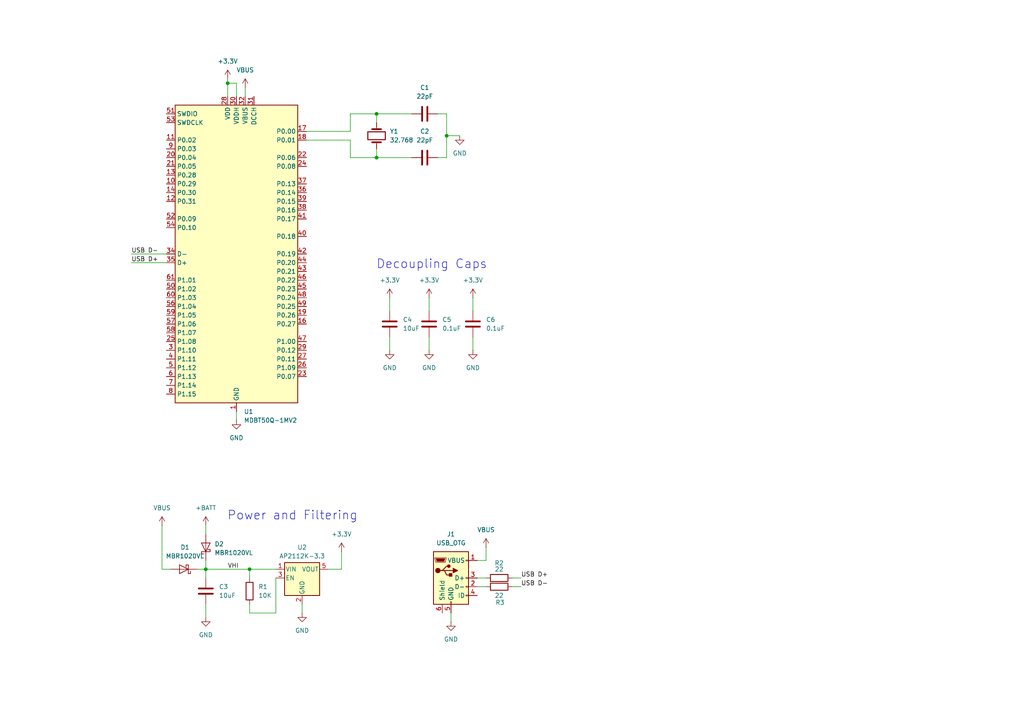
<source format=kicad_sch>
(kicad_sch
	(version 20250114)
	(generator "eeschema")
	(generator_version "9.0")
	(uuid "a4c2523b-4152-49af-94a5-1dd63fc64e55")
	(paper "A4")
	(title_block
		(title "Big Mouth Billy Bass Protocol")
		(date "2025-03-04")
		(company "Tasty Cactus Software, LLC")
	)
	(lib_symbols
		(symbol "Connector:USB_OTG"
			(pin_names
				(offset 1.016)
			)
			(exclude_from_sim no)
			(in_bom yes)
			(on_board yes)
			(property "Reference" "J"
				(at -5.08 11.43 0)
				(effects
					(font
						(size 1.27 1.27)
					)
					(justify left)
				)
			)
			(property "Value" "USB_OTG"
				(at -5.08 8.89 0)
				(effects
					(font
						(size 1.27 1.27)
					)
					(justify left)
				)
			)
			(property "Footprint" ""
				(at 3.81 -1.27 0)
				(effects
					(font
						(size 1.27 1.27)
					)
					(hide yes)
				)
			)
			(property "Datasheet" "~"
				(at 3.81 -1.27 0)
				(effects
					(font
						(size 1.27 1.27)
					)
					(hide yes)
				)
			)
			(property "Description" "USB mini/micro connector"
				(at 0 0 0)
				(effects
					(font
						(size 1.27 1.27)
					)
					(hide yes)
				)
			)
			(property "ki_keywords" "connector USB"
				(at 0 0 0)
				(effects
					(font
						(size 1.27 1.27)
					)
					(hide yes)
				)
			)
			(property "ki_fp_filters" "USB*"
				(at 0 0 0)
				(effects
					(font
						(size 1.27 1.27)
					)
					(hide yes)
				)
			)
			(symbol "USB_OTG_0_1"
				(rectangle
					(start -5.08 -7.62)
					(end 5.08 7.62)
					(stroke
						(width 0.254)
						(type default)
					)
					(fill
						(type background)
					)
				)
				(polyline
					(pts
						(xy -4.699 5.842) (xy -4.699 5.588) (xy -4.445 4.826) (xy -4.445 4.572) (xy -1.651 4.572) (xy -1.651 4.826)
						(xy -1.397 5.588) (xy -1.397 5.842) (xy -4.699 5.842)
					)
					(stroke
						(width 0)
						(type default)
					)
					(fill
						(type none)
					)
				)
				(polyline
					(pts
						(xy -4.318 5.588) (xy -1.778 5.588) (xy -2.032 4.826) (xy -4.064 4.826) (xy -4.318 5.588)
					)
					(stroke
						(width 0)
						(type default)
					)
					(fill
						(type outline)
					)
				)
				(circle
					(center -3.81 2.159)
					(radius 0.635)
					(stroke
						(width 0.254)
						(type default)
					)
					(fill
						(type outline)
					)
				)
				(polyline
					(pts
						(xy -3.175 2.159) (xy -2.54 2.159) (xy -1.27 3.429) (xy -0.635 3.429)
					)
					(stroke
						(width 0.254)
						(type default)
					)
					(fill
						(type none)
					)
				)
				(polyline
					(pts
						(xy -2.54 2.159) (xy -1.905 2.159) (xy -1.27 0.889) (xy 0 0.889)
					)
					(stroke
						(width 0.254)
						(type default)
					)
					(fill
						(type none)
					)
				)
				(polyline
					(pts
						(xy -1.905 2.159) (xy 0.635 2.159)
					)
					(stroke
						(width 0.254)
						(type default)
					)
					(fill
						(type none)
					)
				)
				(circle
					(center -0.635 3.429)
					(radius 0.381)
					(stroke
						(width 0.254)
						(type default)
					)
					(fill
						(type outline)
					)
				)
				(rectangle
					(start -0.127 -7.62)
					(end 0.127 -6.858)
					(stroke
						(width 0)
						(type default)
					)
					(fill
						(type none)
					)
				)
				(rectangle
					(start 0.254 1.27)
					(end -0.508 0.508)
					(stroke
						(width 0.254)
						(type default)
					)
					(fill
						(type outline)
					)
				)
				(polyline
					(pts
						(xy 0.635 2.794) (xy 0.635 1.524) (xy 1.905 2.159) (xy 0.635 2.794)
					)
					(stroke
						(width 0.254)
						(type default)
					)
					(fill
						(type outline)
					)
				)
				(rectangle
					(start 5.08 4.953)
					(end 4.318 5.207)
					(stroke
						(width 0)
						(type default)
					)
					(fill
						(type none)
					)
				)
				(rectangle
					(start 5.08 -0.127)
					(end 4.318 0.127)
					(stroke
						(width 0)
						(type default)
					)
					(fill
						(type none)
					)
				)
				(rectangle
					(start 5.08 -2.667)
					(end 4.318 -2.413)
					(stroke
						(width 0)
						(type default)
					)
					(fill
						(type none)
					)
				)
				(rectangle
					(start 5.08 -5.207)
					(end 4.318 -4.953)
					(stroke
						(width 0)
						(type default)
					)
					(fill
						(type none)
					)
				)
			)
			(symbol "USB_OTG_1_1"
				(pin passive line
					(at -2.54 -10.16 90)
					(length 2.54)
					(name "Shield"
						(effects
							(font
								(size 1.27 1.27)
							)
						)
					)
					(number "6"
						(effects
							(font
								(size 1.27 1.27)
							)
						)
					)
				)
				(pin passive line
					(at 0 -10.16 90)
					(length 2.54)
					(name "GND"
						(effects
							(font
								(size 1.27 1.27)
							)
						)
					)
					(number "5"
						(effects
							(font
								(size 1.27 1.27)
							)
						)
					)
				)
				(pin passive line
					(at 7.62 5.08 180)
					(length 2.54)
					(name "VBUS"
						(effects
							(font
								(size 1.27 1.27)
							)
						)
					)
					(number "1"
						(effects
							(font
								(size 1.27 1.27)
							)
						)
					)
				)
				(pin bidirectional line
					(at 7.62 0 180)
					(length 2.54)
					(name "D+"
						(effects
							(font
								(size 1.27 1.27)
							)
						)
					)
					(number "3"
						(effects
							(font
								(size 1.27 1.27)
							)
						)
					)
				)
				(pin bidirectional line
					(at 7.62 -2.54 180)
					(length 2.54)
					(name "D-"
						(effects
							(font
								(size 1.27 1.27)
							)
						)
					)
					(number "2"
						(effects
							(font
								(size 1.27 1.27)
							)
						)
					)
				)
				(pin passive line
					(at 7.62 -5.08 180)
					(length 2.54)
					(name "ID"
						(effects
							(font
								(size 1.27 1.27)
							)
						)
					)
					(number "4"
						(effects
							(font
								(size 1.27 1.27)
							)
						)
					)
				)
			)
			(embedded_fonts no)
		)
		(symbol "Device:C"
			(pin_numbers
				(hide yes)
			)
			(pin_names
				(offset 0.254)
			)
			(exclude_from_sim no)
			(in_bom yes)
			(on_board yes)
			(property "Reference" "C"
				(at 0.635 2.54 0)
				(effects
					(font
						(size 1.27 1.27)
					)
					(justify left)
				)
			)
			(property "Value" "C"
				(at 0.635 -2.54 0)
				(effects
					(font
						(size 1.27 1.27)
					)
					(justify left)
				)
			)
			(property "Footprint" ""
				(at 0.9652 -3.81 0)
				(effects
					(font
						(size 1.27 1.27)
					)
					(hide yes)
				)
			)
			(property "Datasheet" "~"
				(at 0 0 0)
				(effects
					(font
						(size 1.27 1.27)
					)
					(hide yes)
				)
			)
			(property "Description" "Unpolarized capacitor"
				(at 0 0 0)
				(effects
					(font
						(size 1.27 1.27)
					)
					(hide yes)
				)
			)
			(property "ki_keywords" "cap capacitor"
				(at 0 0 0)
				(effects
					(font
						(size 1.27 1.27)
					)
					(hide yes)
				)
			)
			(property "ki_fp_filters" "C_*"
				(at 0 0 0)
				(effects
					(font
						(size 1.27 1.27)
					)
					(hide yes)
				)
			)
			(symbol "C_0_1"
				(polyline
					(pts
						(xy -2.032 0.762) (xy 2.032 0.762)
					)
					(stroke
						(width 0.508)
						(type default)
					)
					(fill
						(type none)
					)
				)
				(polyline
					(pts
						(xy -2.032 -0.762) (xy 2.032 -0.762)
					)
					(stroke
						(width 0.508)
						(type default)
					)
					(fill
						(type none)
					)
				)
			)
			(symbol "C_1_1"
				(pin passive line
					(at 0 3.81 270)
					(length 2.794)
					(name "~"
						(effects
							(font
								(size 1.27 1.27)
							)
						)
					)
					(number "1"
						(effects
							(font
								(size 1.27 1.27)
							)
						)
					)
				)
				(pin passive line
					(at 0 -3.81 90)
					(length 2.794)
					(name "~"
						(effects
							(font
								(size 1.27 1.27)
							)
						)
					)
					(number "2"
						(effects
							(font
								(size 1.27 1.27)
							)
						)
					)
				)
			)
			(embedded_fonts no)
		)
		(symbol "Device:Crystal"
			(pin_numbers
				(hide yes)
			)
			(pin_names
				(offset 1.016)
				(hide yes)
			)
			(exclude_from_sim no)
			(in_bom yes)
			(on_board yes)
			(property "Reference" "Y"
				(at 0 3.81 0)
				(effects
					(font
						(size 1.27 1.27)
					)
				)
			)
			(property "Value" "Crystal"
				(at 0 -3.81 0)
				(effects
					(font
						(size 1.27 1.27)
					)
				)
			)
			(property "Footprint" ""
				(at 0 0 0)
				(effects
					(font
						(size 1.27 1.27)
					)
					(hide yes)
				)
			)
			(property "Datasheet" "~"
				(at 0 0 0)
				(effects
					(font
						(size 1.27 1.27)
					)
					(hide yes)
				)
			)
			(property "Description" "Two pin crystal"
				(at 0 0 0)
				(effects
					(font
						(size 1.27 1.27)
					)
					(hide yes)
				)
			)
			(property "ki_keywords" "quartz ceramic resonator oscillator"
				(at 0 0 0)
				(effects
					(font
						(size 1.27 1.27)
					)
					(hide yes)
				)
			)
			(property "ki_fp_filters" "Crystal*"
				(at 0 0 0)
				(effects
					(font
						(size 1.27 1.27)
					)
					(hide yes)
				)
			)
			(symbol "Crystal_0_1"
				(polyline
					(pts
						(xy -2.54 0) (xy -1.905 0)
					)
					(stroke
						(width 0)
						(type default)
					)
					(fill
						(type none)
					)
				)
				(polyline
					(pts
						(xy -1.905 -1.27) (xy -1.905 1.27)
					)
					(stroke
						(width 0.508)
						(type default)
					)
					(fill
						(type none)
					)
				)
				(rectangle
					(start -1.143 2.54)
					(end 1.143 -2.54)
					(stroke
						(width 0.3048)
						(type default)
					)
					(fill
						(type none)
					)
				)
				(polyline
					(pts
						(xy 1.905 -1.27) (xy 1.905 1.27)
					)
					(stroke
						(width 0.508)
						(type default)
					)
					(fill
						(type none)
					)
				)
				(polyline
					(pts
						(xy 2.54 0) (xy 1.905 0)
					)
					(stroke
						(width 0)
						(type default)
					)
					(fill
						(type none)
					)
				)
			)
			(symbol "Crystal_1_1"
				(pin passive line
					(at -3.81 0 0)
					(length 1.27)
					(name "1"
						(effects
							(font
								(size 1.27 1.27)
							)
						)
					)
					(number "1"
						(effects
							(font
								(size 1.27 1.27)
							)
						)
					)
				)
				(pin passive line
					(at 3.81 0 180)
					(length 1.27)
					(name "2"
						(effects
							(font
								(size 1.27 1.27)
							)
						)
					)
					(number "2"
						(effects
							(font
								(size 1.27 1.27)
							)
						)
					)
				)
			)
			(embedded_fonts no)
		)
		(symbol "Device:R"
			(pin_numbers
				(hide yes)
			)
			(pin_names
				(offset 0)
			)
			(exclude_from_sim no)
			(in_bom yes)
			(on_board yes)
			(property "Reference" "R"
				(at 2.032 0 90)
				(effects
					(font
						(size 1.27 1.27)
					)
				)
			)
			(property "Value" "R"
				(at 0 0 90)
				(effects
					(font
						(size 1.27 1.27)
					)
				)
			)
			(property "Footprint" ""
				(at -1.778 0 90)
				(effects
					(font
						(size 1.27 1.27)
					)
					(hide yes)
				)
			)
			(property "Datasheet" "~"
				(at 0 0 0)
				(effects
					(font
						(size 1.27 1.27)
					)
					(hide yes)
				)
			)
			(property "Description" "Resistor"
				(at 0 0 0)
				(effects
					(font
						(size 1.27 1.27)
					)
					(hide yes)
				)
			)
			(property "ki_keywords" "R res resistor"
				(at 0 0 0)
				(effects
					(font
						(size 1.27 1.27)
					)
					(hide yes)
				)
			)
			(property "ki_fp_filters" "R_*"
				(at 0 0 0)
				(effects
					(font
						(size 1.27 1.27)
					)
					(hide yes)
				)
			)
			(symbol "R_0_1"
				(rectangle
					(start -1.016 -2.54)
					(end 1.016 2.54)
					(stroke
						(width 0.254)
						(type default)
					)
					(fill
						(type none)
					)
				)
			)
			(symbol "R_1_1"
				(pin passive line
					(at 0 3.81 270)
					(length 1.27)
					(name "~"
						(effects
							(font
								(size 1.27 1.27)
							)
						)
					)
					(number "1"
						(effects
							(font
								(size 1.27 1.27)
							)
						)
					)
				)
				(pin passive line
					(at 0 -3.81 90)
					(length 1.27)
					(name "~"
						(effects
							(font
								(size 1.27 1.27)
							)
						)
					)
					(number "2"
						(effects
							(font
								(size 1.27 1.27)
							)
						)
					)
				)
			)
			(embedded_fonts no)
		)
		(symbol "Diode:MBR1020VL"
			(pin_numbers
				(hide yes)
			)
			(pin_names
				(hide yes)
			)
			(exclude_from_sim no)
			(in_bom yes)
			(on_board yes)
			(property "Reference" "D"
				(at 0 2.54 0)
				(effects
					(font
						(size 1.27 1.27)
					)
				)
			)
			(property "Value" "MBR1020VL"
				(at 0 -2.54 0)
				(effects
					(font
						(size 1.27 1.27)
					)
				)
			)
			(property "Footprint" "Diode_SMD:D_SOD-123F"
				(at 0 -4.445 0)
				(effects
					(font
						(size 1.27 1.27)
					)
					(hide yes)
				)
			)
			(property "Datasheet" "https://www.onsemi.com/pub/Collateral/MBR1020VL-D.PDF"
				(at 0 0 0)
				(effects
					(font
						(size 1.27 1.27)
					)
					(hide yes)
				)
			)
			(property "Description" "20V, 1A, 340 mV, Schottky Diode Rectifier, SOD-123F"
				(at 0 0 0)
				(effects
					(font
						(size 1.27 1.27)
					)
					(hide yes)
				)
			)
			(property "ki_keywords" "forward voltage diode"
				(at 0 0 0)
				(effects
					(font
						(size 1.27 1.27)
					)
					(hide yes)
				)
			)
			(property "ki_fp_filters" "D*SOD?123F*"
				(at 0 0 0)
				(effects
					(font
						(size 1.27 1.27)
					)
					(hide yes)
				)
			)
			(symbol "MBR1020VL_0_1"
				(polyline
					(pts
						(xy -1.905 0.635) (xy -1.905 1.27) (xy -1.27 1.27) (xy -1.27 -1.27) (xy -0.635 -1.27) (xy -0.635 -0.635)
					)
					(stroke
						(width 0.2032)
						(type default)
					)
					(fill
						(type none)
					)
				)
				(polyline
					(pts
						(xy 1.27 1.27) (xy 1.27 -1.27) (xy -1.27 0) (xy 1.27 1.27)
					)
					(stroke
						(width 0.2032)
						(type default)
					)
					(fill
						(type none)
					)
				)
				(polyline
					(pts
						(xy 1.27 0) (xy -1.27 0)
					)
					(stroke
						(width 0)
						(type default)
					)
					(fill
						(type none)
					)
				)
			)
			(symbol "MBR1020VL_1_1"
				(pin passive line
					(at -3.81 0 0)
					(length 2.54)
					(name "K"
						(effects
							(font
								(size 1.27 1.27)
							)
						)
					)
					(number "1"
						(effects
							(font
								(size 1.27 1.27)
							)
						)
					)
				)
				(pin passive line
					(at 3.81 0 180)
					(length 2.54)
					(name "A"
						(effects
							(font
								(size 1.27 1.27)
							)
						)
					)
					(number "2"
						(effects
							(font
								(size 1.27 1.27)
							)
						)
					)
				)
			)
			(embedded_fonts no)
		)
		(symbol "RF_Module:MDBT50Q-1MV2"
			(exclude_from_sim no)
			(in_bom yes)
			(on_board yes)
			(property "Reference" "U"
				(at 0 0 0)
				(effects
					(font
						(size 1.27 1.27)
					)
				)
			)
			(property "Value" "MDBT50Q-1MV2"
				(at 0 -2.54 0)
				(effects
					(font
						(size 1.27 1.27)
					)
				)
			)
			(property "Footprint" "RF_Module:Raytac_MDBT50Q"
				(at 0 -5.08 0)
				(effects
					(font
						(size 1.27 1.27)
					)
					(hide yes)
				)
			)
			(property "Datasheet" "https://www.raytac.com/download/index.php?index_id=43"
				(at 0 -5.08 0)
				(effects
					(font
						(size 1.27 1.27)
					)
					(hide yes)
				)
			)
			(property "Description" "Multiprotocol BLE/ANT/2.4 GHz/802.15.4 Cortex-M4F SoC, nRF52840 module"
				(at 0 0 0)
				(effects
					(font
						(size 1.27 1.27)
					)
					(hide yes)
				)
			)
			(property "ki_keywords" "BLE ANT ZigBee Thread 802.15.4 nRF52840 nordic MDBT50Q"
				(at 0 0 0)
				(effects
					(font
						(size 1.27 1.27)
					)
					(hide yes)
				)
			)
			(property "ki_fp_filters" "Raytac?MDBT50Q*"
				(at 0 0 0)
				(effects
					(font
						(size 1.27 1.27)
					)
					(hide yes)
				)
			)
			(symbol "MDBT50Q-1MV2_0_1"
				(rectangle
					(start -17.78 43.18)
					(end 17.78 -43.18)
					(stroke
						(width 0.254)
						(type default)
					)
					(fill
						(type background)
					)
				)
			)
			(symbol "MDBT50Q-1MV2_1_1"
				(pin bidirectional line
					(at -20.32 40.64 0)
					(length 2.54)
					(name "SWDIO"
						(effects
							(font
								(size 1.27 1.27)
							)
						)
					)
					(number "51"
						(effects
							(font
								(size 1.27 1.27)
							)
						)
					)
				)
				(pin input line
					(at -20.32 38.1 0)
					(length 2.54)
					(name "SWDCLK"
						(effects
							(font
								(size 1.27 1.27)
							)
						)
					)
					(number "53"
						(effects
							(font
								(size 1.27 1.27)
							)
						)
					)
				)
				(pin bidirectional line
					(at -20.32 33.02 0)
					(length 2.54)
					(name "P0.02"
						(effects
							(font
								(size 1.27 1.27)
							)
						)
					)
					(number "11"
						(effects
							(font
								(size 1.27 1.27)
							)
						)
					)
					(alternate "AIN0" input line)
				)
				(pin bidirectional line
					(at -20.32 30.48 0)
					(length 2.54)
					(name "P0.03"
						(effects
							(font
								(size 1.27 1.27)
							)
						)
					)
					(number "9"
						(effects
							(font
								(size 1.27 1.27)
							)
						)
					)
					(alternate "AIN1" input line)
				)
				(pin bidirectional line
					(at -20.32 27.94 0)
					(length 2.54)
					(name "P0.04"
						(effects
							(font
								(size 1.27 1.27)
							)
						)
					)
					(number "20"
						(effects
							(font
								(size 1.27 1.27)
							)
						)
					)
					(alternate "AIN2" input line)
				)
				(pin bidirectional line
					(at -20.32 25.4 0)
					(length 2.54)
					(name "P0.05"
						(effects
							(font
								(size 1.27 1.27)
							)
						)
					)
					(number "21"
						(effects
							(font
								(size 1.27 1.27)
							)
						)
					)
					(alternate "AIN3" input line)
				)
				(pin bidirectional line
					(at -20.32 22.86 0)
					(length 2.54)
					(name "P0.28"
						(effects
							(font
								(size 1.27 1.27)
							)
						)
					)
					(number "13"
						(effects
							(font
								(size 1.27 1.27)
							)
						)
					)
					(alternate "AIN4" input line)
				)
				(pin bidirectional line
					(at -20.32 20.32 0)
					(length 2.54)
					(name "P0.29"
						(effects
							(font
								(size 1.27 1.27)
							)
						)
					)
					(number "10"
						(effects
							(font
								(size 1.27 1.27)
							)
						)
					)
					(alternate "AIN5" input line)
				)
				(pin bidirectional line
					(at -20.32 17.78 0)
					(length 2.54)
					(name "P0.30"
						(effects
							(font
								(size 1.27 1.27)
							)
						)
					)
					(number "14"
						(effects
							(font
								(size 1.27 1.27)
							)
						)
					)
					(alternate "AIN6" input line)
				)
				(pin bidirectional line
					(at -20.32 15.24 0)
					(length 2.54)
					(name "P0.31"
						(effects
							(font
								(size 1.27 1.27)
							)
						)
					)
					(number "12"
						(effects
							(font
								(size 1.27 1.27)
							)
						)
					)
					(alternate "AIN7" input line)
				)
				(pin bidirectional line
					(at -20.32 10.16 0)
					(length 2.54)
					(name "P0.09"
						(effects
							(font
								(size 1.27 1.27)
							)
						)
					)
					(number "52"
						(effects
							(font
								(size 1.27 1.27)
							)
						)
					)
					(alternate "NFC1" input line)
				)
				(pin bidirectional line
					(at -20.32 7.62 0)
					(length 2.54)
					(name "P0.10"
						(effects
							(font
								(size 1.27 1.27)
							)
						)
					)
					(number "54"
						(effects
							(font
								(size 1.27 1.27)
							)
						)
					)
					(alternate "NFC2" input line)
				)
				(pin bidirectional line
					(at -20.32 0 0)
					(length 2.54)
					(name "D-"
						(effects
							(font
								(size 1.27 1.27)
							)
						)
					)
					(number "34"
						(effects
							(font
								(size 1.27 1.27)
							)
						)
					)
				)
				(pin bidirectional line
					(at -20.32 -2.54 0)
					(length 2.54)
					(name "D+"
						(effects
							(font
								(size 1.27 1.27)
							)
						)
					)
					(number "35"
						(effects
							(font
								(size 1.27 1.27)
							)
						)
					)
				)
				(pin bidirectional line
					(at -20.32 -7.62 0)
					(length 2.54)
					(name "P1.01"
						(effects
							(font
								(size 1.27 1.27)
							)
						)
					)
					(number "61"
						(effects
							(font
								(size 1.27 1.27)
							)
						)
					)
				)
				(pin bidirectional line
					(at -20.32 -10.16 0)
					(length 2.54)
					(name "P1.02"
						(effects
							(font
								(size 1.27 1.27)
							)
						)
					)
					(number "50"
						(effects
							(font
								(size 1.27 1.27)
							)
						)
					)
				)
				(pin bidirectional line
					(at -20.32 -12.7 0)
					(length 2.54)
					(name "P1.03"
						(effects
							(font
								(size 1.27 1.27)
							)
						)
					)
					(number "60"
						(effects
							(font
								(size 1.27 1.27)
							)
						)
					)
				)
				(pin bidirectional line
					(at -20.32 -15.24 0)
					(length 2.54)
					(name "P1.04"
						(effects
							(font
								(size 1.27 1.27)
							)
						)
					)
					(number "56"
						(effects
							(font
								(size 1.27 1.27)
							)
						)
					)
				)
				(pin bidirectional line
					(at -20.32 -17.78 0)
					(length 2.54)
					(name "P1.05"
						(effects
							(font
								(size 1.27 1.27)
							)
						)
					)
					(number "59"
						(effects
							(font
								(size 1.27 1.27)
							)
						)
					)
				)
				(pin bidirectional line
					(at -20.32 -20.32 0)
					(length 2.54)
					(name "P1.06"
						(effects
							(font
								(size 1.27 1.27)
							)
						)
					)
					(number "57"
						(effects
							(font
								(size 1.27 1.27)
							)
						)
					)
				)
				(pin bidirectional line
					(at -20.32 -22.86 0)
					(length 2.54)
					(name "P1.07"
						(effects
							(font
								(size 1.27 1.27)
							)
						)
					)
					(number "58"
						(effects
							(font
								(size 1.27 1.27)
							)
						)
					)
				)
				(pin bidirectional line
					(at -20.32 -25.4 0)
					(length 2.54)
					(name "P1.08"
						(effects
							(font
								(size 1.27 1.27)
							)
						)
					)
					(number "25"
						(effects
							(font
								(size 1.27 1.27)
							)
						)
					)
				)
				(pin bidirectional line
					(at -20.32 -27.94 0)
					(length 2.54)
					(name "P1.10"
						(effects
							(font
								(size 1.27 1.27)
							)
						)
					)
					(number "3"
						(effects
							(font
								(size 1.27 1.27)
							)
						)
					)
				)
				(pin bidirectional line
					(at -20.32 -30.48 0)
					(length 2.54)
					(name "P1.11"
						(effects
							(font
								(size 1.27 1.27)
							)
						)
					)
					(number "4"
						(effects
							(font
								(size 1.27 1.27)
							)
						)
					)
				)
				(pin bidirectional line
					(at -20.32 -33.02 0)
					(length 2.54)
					(name "P1.12"
						(effects
							(font
								(size 1.27 1.27)
							)
						)
					)
					(number "5"
						(effects
							(font
								(size 1.27 1.27)
							)
						)
					)
				)
				(pin bidirectional line
					(at -20.32 -35.56 0)
					(length 2.54)
					(name "P1.13"
						(effects
							(font
								(size 1.27 1.27)
							)
						)
					)
					(number "6"
						(effects
							(font
								(size 1.27 1.27)
							)
						)
					)
				)
				(pin bidirectional line
					(at -20.32 -38.1 0)
					(length 2.54)
					(name "P1.14"
						(effects
							(font
								(size 1.27 1.27)
							)
						)
					)
					(number "7"
						(effects
							(font
								(size 1.27 1.27)
							)
						)
					)
				)
				(pin bidirectional line
					(at -20.32 -40.64 0)
					(length 2.54)
					(name "P1.15"
						(effects
							(font
								(size 1.27 1.27)
							)
						)
					)
					(number "8"
						(effects
							(font
								(size 1.27 1.27)
							)
						)
					)
				)
				(pin power_in line
					(at -2.54 45.72 270)
					(length 2.54)
					(name "VDD"
						(effects
							(font
								(size 1.27 1.27)
							)
						)
					)
					(number "28"
						(effects
							(font
								(size 1.27 1.27)
							)
						)
					)
				)
				(pin power_in line
					(at 0 45.72 270)
					(length 2.54)
					(name "VDDH"
						(effects
							(font
								(size 1.27 1.27)
							)
						)
					)
					(number "30"
						(effects
							(font
								(size 1.27 1.27)
							)
						)
					)
				)
				(pin power_in line
					(at 0 -45.72 90)
					(length 2.54)
					(name "GND"
						(effects
							(font
								(size 1.27 1.27)
							)
						)
					)
					(number "1"
						(effects
							(font
								(size 1.27 1.27)
							)
						)
					)
				)
				(pin passive line
					(at 0 -45.72 90)
					(length 2.54)
					(hide yes)
					(name "GND"
						(effects
							(font
								(size 1.27 1.27)
							)
						)
					)
					(number "15"
						(effects
							(font
								(size 1.27 1.27)
							)
						)
					)
				)
				(pin passive line
					(at 0 -45.72 90)
					(length 2.54)
					(hide yes)
					(name "GND"
						(effects
							(font
								(size 1.27 1.27)
							)
						)
					)
					(number "2"
						(effects
							(font
								(size 1.27 1.27)
							)
						)
					)
				)
				(pin passive line
					(at 0 -45.72 90)
					(length 2.54)
					(hide yes)
					(name "GND"
						(effects
							(font
								(size 1.27 1.27)
							)
						)
					)
					(number "33"
						(effects
							(font
								(size 1.27 1.27)
							)
						)
					)
				)
				(pin passive line
					(at 0 -45.72 90)
					(length 2.54)
					(hide yes)
					(name "GND"
						(effects
							(font
								(size 1.27 1.27)
							)
						)
					)
					(number "55"
						(effects
							(font
								(size 1.27 1.27)
							)
						)
					)
				)
				(pin power_in line
					(at 2.54 45.72 270)
					(length 2.54)
					(name "VBUS"
						(effects
							(font
								(size 1.27 1.27)
							)
						)
					)
					(number "32"
						(effects
							(font
								(size 1.27 1.27)
							)
						)
					)
				)
				(pin power_out line
					(at 5.08 45.72 270)
					(length 2.54)
					(name "DCCH"
						(effects
							(font
								(size 1.27 1.27)
							)
						)
					)
					(number "31"
						(effects
							(font
								(size 1.27 1.27)
							)
						)
					)
				)
				(pin bidirectional line
					(at 20.32 35.56 180)
					(length 2.54)
					(name "P0.00"
						(effects
							(font
								(size 1.27 1.27)
							)
						)
					)
					(number "17"
						(effects
							(font
								(size 1.27 1.27)
							)
						)
					)
					(alternate "XL1" input line)
				)
				(pin bidirectional line
					(at 20.32 33.02 180)
					(length 2.54)
					(name "P0.01"
						(effects
							(font
								(size 1.27 1.27)
							)
						)
					)
					(number "18"
						(effects
							(font
								(size 1.27 1.27)
							)
						)
					)
					(alternate "XL2" input line)
				)
				(pin bidirectional line
					(at 20.32 27.94 180)
					(length 2.54)
					(name "P0.06"
						(effects
							(font
								(size 1.27 1.27)
							)
						)
					)
					(number "22"
						(effects
							(font
								(size 1.27 1.27)
							)
						)
					)
				)
				(pin bidirectional line
					(at 20.32 25.4 180)
					(length 2.54)
					(name "P0.08"
						(effects
							(font
								(size 1.27 1.27)
							)
						)
					)
					(number "24"
						(effects
							(font
								(size 1.27 1.27)
							)
						)
					)
				)
				(pin bidirectional line
					(at 20.32 20.32 180)
					(length 2.54)
					(name "P0.13"
						(effects
							(font
								(size 1.27 1.27)
							)
						)
					)
					(number "37"
						(effects
							(font
								(size 1.27 1.27)
							)
						)
					)
				)
				(pin bidirectional line
					(at 20.32 17.78 180)
					(length 2.54)
					(name "P0.14"
						(effects
							(font
								(size 1.27 1.27)
							)
						)
					)
					(number "36"
						(effects
							(font
								(size 1.27 1.27)
							)
						)
					)
				)
				(pin bidirectional line
					(at 20.32 15.24 180)
					(length 2.54)
					(name "P0.15"
						(effects
							(font
								(size 1.27 1.27)
							)
						)
					)
					(number "39"
						(effects
							(font
								(size 1.27 1.27)
							)
						)
					)
				)
				(pin bidirectional line
					(at 20.32 12.7 180)
					(length 2.54)
					(name "P0.16"
						(effects
							(font
								(size 1.27 1.27)
							)
						)
					)
					(number "38"
						(effects
							(font
								(size 1.27 1.27)
							)
						)
					)
				)
				(pin bidirectional line
					(at 20.32 10.16 180)
					(length 2.54)
					(name "P0.17"
						(effects
							(font
								(size 1.27 1.27)
							)
						)
					)
					(number "41"
						(effects
							(font
								(size 1.27 1.27)
							)
						)
					)
				)
				(pin bidirectional line
					(at 20.32 5.08 180)
					(length 2.54)
					(name "P0.18"
						(effects
							(font
								(size 1.27 1.27)
							)
						)
					)
					(number "40"
						(effects
							(font
								(size 1.27 1.27)
							)
						)
					)
					(alternate "~{RESET}" input line)
				)
				(pin bidirectional line
					(at 20.32 0 180)
					(length 2.54)
					(name "P0.19"
						(effects
							(font
								(size 1.27 1.27)
							)
						)
					)
					(number "42"
						(effects
							(font
								(size 1.27 1.27)
							)
						)
					)
				)
				(pin bidirectional line
					(at 20.32 -2.54 180)
					(length 2.54)
					(name "P0.20"
						(effects
							(font
								(size 1.27 1.27)
							)
						)
					)
					(number "44"
						(effects
							(font
								(size 1.27 1.27)
							)
						)
					)
				)
				(pin bidirectional line
					(at 20.32 -5.08 180)
					(length 2.54)
					(name "P0.21"
						(effects
							(font
								(size 1.27 1.27)
							)
						)
					)
					(number "43"
						(effects
							(font
								(size 1.27 1.27)
							)
						)
					)
				)
				(pin bidirectional line
					(at 20.32 -7.62 180)
					(length 2.54)
					(name "P0.22"
						(effects
							(font
								(size 1.27 1.27)
							)
						)
					)
					(number "46"
						(effects
							(font
								(size 1.27 1.27)
							)
						)
					)
				)
				(pin bidirectional line
					(at 20.32 -10.16 180)
					(length 2.54)
					(name "P0.23"
						(effects
							(font
								(size 1.27 1.27)
							)
						)
					)
					(number "45"
						(effects
							(font
								(size 1.27 1.27)
							)
						)
					)
				)
				(pin bidirectional line
					(at 20.32 -12.7 180)
					(length 2.54)
					(name "P0.24"
						(effects
							(font
								(size 1.27 1.27)
							)
						)
					)
					(number "48"
						(effects
							(font
								(size 1.27 1.27)
							)
						)
					)
				)
				(pin bidirectional line
					(at 20.32 -15.24 180)
					(length 2.54)
					(name "P0.25"
						(effects
							(font
								(size 1.27 1.27)
							)
						)
					)
					(number "49"
						(effects
							(font
								(size 1.27 1.27)
							)
						)
					)
				)
				(pin bidirectional line
					(at 20.32 -17.78 180)
					(length 2.54)
					(name "P0.26"
						(effects
							(font
								(size 1.27 1.27)
							)
						)
					)
					(number "19"
						(effects
							(font
								(size 1.27 1.27)
							)
						)
					)
				)
				(pin bidirectional line
					(at 20.32 -20.32 180)
					(length 2.54)
					(name "P0.27"
						(effects
							(font
								(size 1.27 1.27)
							)
						)
					)
					(number "16"
						(effects
							(font
								(size 1.27 1.27)
							)
						)
					)
				)
				(pin bidirectional line
					(at 20.32 -25.4 180)
					(length 2.54)
					(name "P1.00"
						(effects
							(font
								(size 1.27 1.27)
							)
						)
					)
					(number "47"
						(effects
							(font
								(size 1.27 1.27)
							)
						)
					)
					(alternate "TRACEDATA0" output line)
				)
				(pin bidirectional line
					(at 20.32 -27.94 180)
					(length 2.54)
					(name "P0.12"
						(effects
							(font
								(size 1.27 1.27)
							)
						)
					)
					(number "29"
						(effects
							(font
								(size 1.27 1.27)
							)
						)
					)
					(alternate "TRACEDATA1" output line)
				)
				(pin bidirectional line
					(at 20.32 -30.48 180)
					(length 2.54)
					(name "P0.11"
						(effects
							(font
								(size 1.27 1.27)
							)
						)
					)
					(number "27"
						(effects
							(font
								(size 1.27 1.27)
							)
						)
					)
					(alternate "TRACEDATA2" output line)
				)
				(pin bidirectional line
					(at 20.32 -33.02 180)
					(length 2.54)
					(name "P1.09"
						(effects
							(font
								(size 1.27 1.27)
							)
						)
					)
					(number "26"
						(effects
							(font
								(size 1.27 1.27)
							)
						)
					)
					(alternate "TRACEDATA3" output line)
				)
				(pin bidirectional line
					(at 20.32 -35.56 180)
					(length 2.54)
					(name "P0.07"
						(effects
							(font
								(size 1.27 1.27)
							)
						)
					)
					(number "23"
						(effects
							(font
								(size 1.27 1.27)
							)
						)
					)
					(alternate "TRACECLK" output line)
				)
			)
			(embedded_fonts no)
		)
		(symbol "Regulator_Linear:AP2112K-3.3"
			(pin_names
				(offset 0.254)
			)
			(exclude_from_sim no)
			(in_bom yes)
			(on_board yes)
			(property "Reference" "U"
				(at -5.08 5.715 0)
				(effects
					(font
						(size 1.27 1.27)
					)
					(justify left)
				)
			)
			(property "Value" "AP2112K-3.3"
				(at 0 5.715 0)
				(effects
					(font
						(size 1.27 1.27)
					)
					(justify left)
				)
			)
			(property "Footprint" "Package_TO_SOT_SMD:SOT-23-5"
				(at 0 8.255 0)
				(effects
					(font
						(size 1.27 1.27)
					)
					(hide yes)
				)
			)
			(property "Datasheet" "https://www.diodes.com/assets/Datasheets/AP2112.pdf"
				(at 0 2.54 0)
				(effects
					(font
						(size 1.27 1.27)
					)
					(hide yes)
				)
			)
			(property "Description" "600mA low dropout linear regulator, with enable pin, 3.8V-6V input voltage range, 3.3V fixed positive output, SOT-23-5"
				(at 0 0 0)
				(effects
					(font
						(size 1.27 1.27)
					)
					(hide yes)
				)
			)
			(property "ki_keywords" "linear regulator ldo fixed positive"
				(at 0 0 0)
				(effects
					(font
						(size 1.27 1.27)
					)
					(hide yes)
				)
			)
			(property "ki_fp_filters" "SOT?23?5*"
				(at 0 0 0)
				(effects
					(font
						(size 1.27 1.27)
					)
					(hide yes)
				)
			)
			(symbol "AP2112K-3.3_0_1"
				(rectangle
					(start -5.08 4.445)
					(end 5.08 -5.08)
					(stroke
						(width 0.254)
						(type default)
					)
					(fill
						(type background)
					)
				)
			)
			(symbol "AP2112K-3.3_1_1"
				(pin power_in line
					(at -7.62 2.54 0)
					(length 2.54)
					(name "VIN"
						(effects
							(font
								(size 1.27 1.27)
							)
						)
					)
					(number "1"
						(effects
							(font
								(size 1.27 1.27)
							)
						)
					)
				)
				(pin input line
					(at -7.62 0 0)
					(length 2.54)
					(name "EN"
						(effects
							(font
								(size 1.27 1.27)
							)
						)
					)
					(number "3"
						(effects
							(font
								(size 1.27 1.27)
							)
						)
					)
				)
				(pin power_in line
					(at 0 -7.62 90)
					(length 2.54)
					(name "GND"
						(effects
							(font
								(size 1.27 1.27)
							)
						)
					)
					(number "2"
						(effects
							(font
								(size 1.27 1.27)
							)
						)
					)
				)
				(pin no_connect line
					(at 5.08 0 180)
					(length 2.54)
					(hide yes)
					(name "NC"
						(effects
							(font
								(size 1.27 1.27)
							)
						)
					)
					(number "4"
						(effects
							(font
								(size 1.27 1.27)
							)
						)
					)
				)
				(pin power_out line
					(at 7.62 2.54 180)
					(length 2.54)
					(name "VOUT"
						(effects
							(font
								(size 1.27 1.27)
							)
						)
					)
					(number "5"
						(effects
							(font
								(size 1.27 1.27)
							)
						)
					)
				)
			)
			(embedded_fonts no)
		)
		(symbol "power:+3.3V"
			(power)
			(pin_numbers
				(hide yes)
			)
			(pin_names
				(offset 0)
				(hide yes)
			)
			(exclude_from_sim no)
			(in_bom yes)
			(on_board yes)
			(property "Reference" "#PWR"
				(at 0 -3.81 0)
				(effects
					(font
						(size 1.27 1.27)
					)
					(hide yes)
				)
			)
			(property "Value" "+3.3V"
				(at 0 3.556 0)
				(effects
					(font
						(size 1.27 1.27)
					)
				)
			)
			(property "Footprint" ""
				(at 0 0 0)
				(effects
					(font
						(size 1.27 1.27)
					)
					(hide yes)
				)
			)
			(property "Datasheet" ""
				(at 0 0 0)
				(effects
					(font
						(size 1.27 1.27)
					)
					(hide yes)
				)
			)
			(property "Description" "Power symbol creates a global label with name \"+3.3V\""
				(at 0 0 0)
				(effects
					(font
						(size 1.27 1.27)
					)
					(hide yes)
				)
			)
			(property "ki_keywords" "global power"
				(at 0 0 0)
				(effects
					(font
						(size 1.27 1.27)
					)
					(hide yes)
				)
			)
			(symbol "+3.3V_0_1"
				(polyline
					(pts
						(xy -0.762 1.27) (xy 0 2.54)
					)
					(stroke
						(width 0)
						(type default)
					)
					(fill
						(type none)
					)
				)
				(polyline
					(pts
						(xy 0 2.54) (xy 0.762 1.27)
					)
					(stroke
						(width 0)
						(type default)
					)
					(fill
						(type none)
					)
				)
				(polyline
					(pts
						(xy 0 0) (xy 0 2.54)
					)
					(stroke
						(width 0)
						(type default)
					)
					(fill
						(type none)
					)
				)
			)
			(symbol "+3.3V_1_1"
				(pin power_in line
					(at 0 0 90)
					(length 0)
					(name "~"
						(effects
							(font
								(size 1.27 1.27)
							)
						)
					)
					(number "1"
						(effects
							(font
								(size 1.27 1.27)
							)
						)
					)
				)
			)
			(embedded_fonts no)
		)
		(symbol "power:+BATT"
			(power)
			(pin_numbers
				(hide yes)
			)
			(pin_names
				(offset 0)
				(hide yes)
			)
			(exclude_from_sim no)
			(in_bom yes)
			(on_board yes)
			(property "Reference" "#PWR"
				(at 0 -3.81 0)
				(effects
					(font
						(size 1.27 1.27)
					)
					(hide yes)
				)
			)
			(property "Value" "+BATT"
				(at 0 3.556 0)
				(effects
					(font
						(size 1.27 1.27)
					)
				)
			)
			(property "Footprint" ""
				(at 0 0 0)
				(effects
					(font
						(size 1.27 1.27)
					)
					(hide yes)
				)
			)
			(property "Datasheet" ""
				(at 0 0 0)
				(effects
					(font
						(size 1.27 1.27)
					)
					(hide yes)
				)
			)
			(property "Description" "Power symbol creates a global label with name \"+BATT\""
				(at 0 0 0)
				(effects
					(font
						(size 1.27 1.27)
					)
					(hide yes)
				)
			)
			(property "ki_keywords" "global power battery"
				(at 0 0 0)
				(effects
					(font
						(size 1.27 1.27)
					)
					(hide yes)
				)
			)
			(symbol "+BATT_0_1"
				(polyline
					(pts
						(xy -0.762 1.27) (xy 0 2.54)
					)
					(stroke
						(width 0)
						(type default)
					)
					(fill
						(type none)
					)
				)
				(polyline
					(pts
						(xy 0 2.54) (xy 0.762 1.27)
					)
					(stroke
						(width 0)
						(type default)
					)
					(fill
						(type none)
					)
				)
				(polyline
					(pts
						(xy 0 0) (xy 0 2.54)
					)
					(stroke
						(width 0)
						(type default)
					)
					(fill
						(type none)
					)
				)
			)
			(symbol "+BATT_1_1"
				(pin power_in line
					(at 0 0 90)
					(length 0)
					(name "~"
						(effects
							(font
								(size 1.27 1.27)
							)
						)
					)
					(number "1"
						(effects
							(font
								(size 1.27 1.27)
							)
						)
					)
				)
			)
			(embedded_fonts no)
		)
		(symbol "power:GND"
			(power)
			(pin_numbers
				(hide yes)
			)
			(pin_names
				(offset 0)
				(hide yes)
			)
			(exclude_from_sim no)
			(in_bom yes)
			(on_board yes)
			(property "Reference" "#PWR"
				(at 0 -6.35 0)
				(effects
					(font
						(size 1.27 1.27)
					)
					(hide yes)
				)
			)
			(property "Value" "GND"
				(at 0 -3.81 0)
				(effects
					(font
						(size 1.27 1.27)
					)
				)
			)
			(property "Footprint" ""
				(at 0 0 0)
				(effects
					(font
						(size 1.27 1.27)
					)
					(hide yes)
				)
			)
			(property "Datasheet" ""
				(at 0 0 0)
				(effects
					(font
						(size 1.27 1.27)
					)
					(hide yes)
				)
			)
			(property "Description" "Power symbol creates a global label with name \"GND\" , ground"
				(at 0 0 0)
				(effects
					(font
						(size 1.27 1.27)
					)
					(hide yes)
				)
			)
			(property "ki_keywords" "global power"
				(at 0 0 0)
				(effects
					(font
						(size 1.27 1.27)
					)
					(hide yes)
				)
			)
			(symbol "GND_0_1"
				(polyline
					(pts
						(xy 0 0) (xy 0 -1.27) (xy 1.27 -1.27) (xy 0 -2.54) (xy -1.27 -1.27) (xy 0 -1.27)
					)
					(stroke
						(width 0)
						(type default)
					)
					(fill
						(type none)
					)
				)
			)
			(symbol "GND_1_1"
				(pin power_in line
					(at 0 0 270)
					(length 0)
					(name "~"
						(effects
							(font
								(size 1.27 1.27)
							)
						)
					)
					(number "1"
						(effects
							(font
								(size 1.27 1.27)
							)
						)
					)
				)
			)
			(embedded_fonts no)
		)
		(symbol "power:VBUS"
			(power)
			(pin_numbers
				(hide yes)
			)
			(pin_names
				(offset 0)
				(hide yes)
			)
			(exclude_from_sim no)
			(in_bom yes)
			(on_board yes)
			(property "Reference" "#PWR"
				(at 0 -3.81 0)
				(effects
					(font
						(size 1.27 1.27)
					)
					(hide yes)
				)
			)
			(property "Value" "VBUS"
				(at 0 3.556 0)
				(effects
					(font
						(size 1.27 1.27)
					)
				)
			)
			(property "Footprint" ""
				(at 0 0 0)
				(effects
					(font
						(size 1.27 1.27)
					)
					(hide yes)
				)
			)
			(property "Datasheet" ""
				(at 0 0 0)
				(effects
					(font
						(size 1.27 1.27)
					)
					(hide yes)
				)
			)
			(property "Description" "Power symbol creates a global label with name \"VBUS\""
				(at 0 0 0)
				(effects
					(font
						(size 1.27 1.27)
					)
					(hide yes)
				)
			)
			(property "ki_keywords" "global power"
				(at 0 0 0)
				(effects
					(font
						(size 1.27 1.27)
					)
					(hide yes)
				)
			)
			(symbol "VBUS_0_1"
				(polyline
					(pts
						(xy -0.762 1.27) (xy 0 2.54)
					)
					(stroke
						(width 0)
						(type default)
					)
					(fill
						(type none)
					)
				)
				(polyline
					(pts
						(xy 0 2.54) (xy 0.762 1.27)
					)
					(stroke
						(width 0)
						(type default)
					)
					(fill
						(type none)
					)
				)
				(polyline
					(pts
						(xy 0 0) (xy 0 2.54)
					)
					(stroke
						(width 0)
						(type default)
					)
					(fill
						(type none)
					)
				)
			)
			(symbol "VBUS_1_1"
				(pin power_in line
					(at 0 0 90)
					(length 0)
					(name "~"
						(effects
							(font
								(size 1.27 1.27)
							)
						)
					)
					(number "1"
						(effects
							(font
								(size 1.27 1.27)
							)
						)
					)
				)
			)
			(embedded_fonts no)
		)
	)
	(text "Decoupling Caps"
		(exclude_from_sim no)
		(at 125.222 76.708 0)
		(effects
			(font
				(size 2.54 2.54)
			)
		)
		(uuid "01f58c55-d7d3-4afa-a00f-5b57e91fcc23")
	)
	(text "Power and Filtering"
		(exclude_from_sim no)
		(at 84.836 149.606 0)
		(effects
			(font
				(size 2.54 2.54)
			)
		)
		(uuid "cdb44f06-14af-49b5-be98-3e706a20c996")
	)
	(junction
		(at 129.54 39.37)
		(diameter 0)
		(color 0 0 0 0)
		(uuid "43e1d69f-ba67-4bf0-8cac-cd0e1e593739")
	)
	(junction
		(at 59.69 165.1)
		(diameter 0)
		(color 0 0 0 0)
		(uuid "511a5243-6bbe-40cd-8ce0-d3d3971f8562")
	)
	(junction
		(at 109.22 45.72)
		(diameter 0)
		(color 0 0 0 0)
		(uuid "6ca78ee8-2fd7-4da6-97b0-14dc510e5088")
	)
	(junction
		(at 109.22 33.02)
		(diameter 0)
		(color 0 0 0 0)
		(uuid "b7816321-e51d-46ac-b7c7-7bc5e58415a2")
	)
	(junction
		(at 72.39 165.1)
		(diameter 0)
		(color 0 0 0 0)
		(uuid "c6f72fb2-70c3-4e93-85ce-e261df6c547f")
	)
	(junction
		(at 66.04 24.13)
		(diameter 0)
		(color 0 0 0 0)
		(uuid "d9a6c6ef-89a2-45ad-9c81-ee3a133dd9b4")
	)
	(wire
		(pts
			(xy 59.69 152.4) (xy 59.69 154.94)
		)
		(stroke
			(width 0)
			(type default)
		)
		(uuid "008990a8-4286-42cb-b330-c4e1fb445ed6")
	)
	(wire
		(pts
			(xy 59.69 165.1) (xy 59.69 167.64)
		)
		(stroke
			(width 0)
			(type default)
		)
		(uuid "05913df6-6925-411a-bbae-b519f75e99ed")
	)
	(wire
		(pts
			(xy 46.99 165.1) (xy 49.53 165.1)
		)
		(stroke
			(width 0)
			(type default)
		)
		(uuid "05f53f9e-465f-4ae5-a595-b32b5a362279")
	)
	(wire
		(pts
			(xy 101.6 40.64) (xy 101.6 45.72)
		)
		(stroke
			(width 0)
			(type default)
		)
		(uuid "08430851-7cd2-4aea-822c-21015c759728")
	)
	(wire
		(pts
			(xy 127 33.02) (xy 129.54 33.02)
		)
		(stroke
			(width 0)
			(type default)
		)
		(uuid "08538960-edfc-4509-98ca-720c8e65761e")
	)
	(wire
		(pts
			(xy 72.39 165.1) (xy 80.01 165.1)
		)
		(stroke
			(width 0)
			(type default)
		)
		(uuid "0d49c86c-d8e5-412a-8a8c-d12f5bc3e5dd")
	)
	(wire
		(pts
			(xy 101.6 45.72) (xy 109.22 45.72)
		)
		(stroke
			(width 0)
			(type default)
		)
		(uuid "113ddb8e-7159-443d-bd3f-8709ef53c9c8")
	)
	(wire
		(pts
			(xy 101.6 33.02) (xy 109.22 33.02)
		)
		(stroke
			(width 0)
			(type default)
		)
		(uuid "1ae95b7a-5a78-4d29-91c0-652897e4b51a")
	)
	(wire
		(pts
			(xy 138.43 167.64) (xy 140.97 167.64)
		)
		(stroke
			(width 0)
			(type default)
		)
		(uuid "1e6d60fe-cd34-4117-a769-49a593843e80")
	)
	(wire
		(pts
			(xy 38.1 73.66) (xy 48.26 73.66)
		)
		(stroke
			(width 0)
			(type default)
		)
		(uuid "27f0b34c-e3ab-40fa-add8-aed541f3ba21")
	)
	(wire
		(pts
			(xy 72.39 165.1) (xy 72.39 167.64)
		)
		(stroke
			(width 0)
			(type default)
		)
		(uuid "2becb570-8197-4596-a6ff-8459d2fad569")
	)
	(wire
		(pts
			(xy 109.22 45.72) (xy 119.38 45.72)
		)
		(stroke
			(width 0)
			(type default)
		)
		(uuid "2c266ceb-5eb6-469e-bc17-13f5408feaa6")
	)
	(wire
		(pts
			(xy 99.06 165.1) (xy 95.25 165.1)
		)
		(stroke
			(width 0)
			(type default)
		)
		(uuid "30778e9b-19cc-496f-98aa-3cd8db855fc3")
	)
	(wire
		(pts
			(xy 66.04 24.13) (xy 66.04 27.94)
		)
		(stroke
			(width 0)
			(type default)
		)
		(uuid "33fcd28f-8ab2-4386-b9b9-06f9789d18fc")
	)
	(wire
		(pts
			(xy 80.01 177.8) (xy 80.01 167.64)
		)
		(stroke
			(width 0)
			(type default)
		)
		(uuid "3a1d3bd6-a26b-4f35-bc3e-1b7547c90295")
	)
	(wire
		(pts
			(xy 148.59 167.64) (xy 151.13 167.64)
		)
		(stroke
			(width 0)
			(type default)
		)
		(uuid "3c9d6520-14b7-4bf2-8000-f0d061322242")
	)
	(wire
		(pts
			(xy 59.69 165.1) (xy 72.39 165.1)
		)
		(stroke
			(width 0)
			(type default)
		)
		(uuid "460a7870-bc05-490e-ab1c-5845a0d973fd")
	)
	(wire
		(pts
			(xy 87.63 175.26) (xy 87.63 177.8)
		)
		(stroke
			(width 0)
			(type default)
		)
		(uuid "4a530cfe-1ee0-4300-8e93-edc315bc87d2")
	)
	(wire
		(pts
			(xy 129.54 45.72) (xy 127 45.72)
		)
		(stroke
			(width 0)
			(type default)
		)
		(uuid "55411f6d-a73e-44f0-887c-b8180d9f1a2c")
	)
	(wire
		(pts
			(xy 109.22 43.18) (xy 109.22 45.72)
		)
		(stroke
			(width 0)
			(type default)
		)
		(uuid "59a48b3b-4e65-487d-874e-7afa6ac92c4c")
	)
	(wire
		(pts
			(xy 109.22 33.02) (xy 119.38 33.02)
		)
		(stroke
			(width 0)
			(type default)
		)
		(uuid "5ceb61b7-053a-4822-943a-e01f655ee10a")
	)
	(wire
		(pts
			(xy 113.03 86.36) (xy 113.03 90.17)
		)
		(stroke
			(width 0)
			(type default)
		)
		(uuid "5d8a4fc5-0725-4e70-95d8-5ab9983d7294")
	)
	(wire
		(pts
			(xy 57.15 165.1) (xy 59.69 165.1)
		)
		(stroke
			(width 0)
			(type default)
		)
		(uuid "6084ec3e-78a5-48ea-a075-9e88c07b796b")
	)
	(wire
		(pts
			(xy 88.9 38.1) (xy 101.6 38.1)
		)
		(stroke
			(width 0)
			(type default)
		)
		(uuid "60b3a26f-fe70-4716-89ea-fe22a9a1b707")
	)
	(wire
		(pts
			(xy 72.39 177.8) (xy 80.01 177.8)
		)
		(stroke
			(width 0)
			(type default)
		)
		(uuid "65c5954e-87af-4aa3-b859-ff60f7ede160")
	)
	(wire
		(pts
			(xy 68.58 24.13) (xy 66.04 24.13)
		)
		(stroke
			(width 0)
			(type default)
		)
		(uuid "69506390-f0f6-4d75-bf9a-98b8e509a1f4")
	)
	(wire
		(pts
			(xy 148.59 170.18) (xy 151.13 170.18)
		)
		(stroke
			(width 0)
			(type default)
		)
		(uuid "6ff7e274-0796-42b9-bcf3-cab63537ac30")
	)
	(wire
		(pts
			(xy 138.43 162.56) (xy 140.97 162.56)
		)
		(stroke
			(width 0)
			(type default)
		)
		(uuid "7043c375-7795-40a5-bead-2bc83cdf7647")
	)
	(wire
		(pts
			(xy 129.54 33.02) (xy 129.54 39.37)
		)
		(stroke
			(width 0)
			(type default)
		)
		(uuid "7e28a961-2047-430a-b70a-beb6510f2436")
	)
	(wire
		(pts
			(xy 68.58 119.38) (xy 68.58 121.92)
		)
		(stroke
			(width 0)
			(type default)
		)
		(uuid "833a0ba8-0e8d-4752-a20a-01e978064661")
	)
	(wire
		(pts
			(xy 129.54 39.37) (xy 133.35 39.37)
		)
		(stroke
			(width 0)
			(type default)
		)
		(uuid "88e7377b-876f-48e3-be09-1e70c2afc381")
	)
	(wire
		(pts
			(xy 71.12 25.4) (xy 71.12 27.94)
		)
		(stroke
			(width 0)
			(type default)
		)
		(uuid "8a75a894-d10b-4cf5-9f5c-9d99da3da24f")
	)
	(wire
		(pts
			(xy 59.69 162.56) (xy 59.69 165.1)
		)
		(stroke
			(width 0)
			(type default)
		)
		(uuid "8b95335a-ae8f-4765-935d-ef2d0926538b")
	)
	(wire
		(pts
			(xy 140.97 162.56) (xy 140.97 158.75)
		)
		(stroke
			(width 0)
			(type default)
		)
		(uuid "9ece431c-e64e-430f-8086-f68df1c7f161")
	)
	(wire
		(pts
			(xy 130.81 177.8) (xy 130.81 180.34)
		)
		(stroke
			(width 0)
			(type default)
		)
		(uuid "9fec19b2-41b2-4de8-b08b-00322aa089a5")
	)
	(wire
		(pts
			(xy 59.69 175.26) (xy 59.69 179.07)
		)
		(stroke
			(width 0)
			(type default)
		)
		(uuid "a80f5743-7dac-4584-b2d3-26937d52a158")
	)
	(wire
		(pts
			(xy 109.22 33.02) (xy 109.22 35.56)
		)
		(stroke
			(width 0)
			(type default)
		)
		(uuid "a8392e74-fc48-4a6f-9c52-7c4ca573ceb2")
	)
	(wire
		(pts
			(xy 137.16 97.79) (xy 137.16 101.6)
		)
		(stroke
			(width 0)
			(type default)
		)
		(uuid "ab235f36-8c89-455c-a9eb-f905c71a843d")
	)
	(wire
		(pts
			(xy 46.99 152.4) (xy 46.99 165.1)
		)
		(stroke
			(width 0)
			(type default)
		)
		(uuid "b0becbd4-b65a-4f1e-82e3-92c0dbb6c547")
	)
	(wire
		(pts
			(xy 72.39 175.26) (xy 72.39 177.8)
		)
		(stroke
			(width 0)
			(type default)
		)
		(uuid "b6fef980-f212-4dd0-a04e-fdafed41141e")
	)
	(wire
		(pts
			(xy 101.6 38.1) (xy 101.6 33.02)
		)
		(stroke
			(width 0)
			(type default)
		)
		(uuid "bf5d40eb-bc2f-4125-ab14-d9f9837868d9")
	)
	(wire
		(pts
			(xy 66.04 22.86) (xy 66.04 24.13)
		)
		(stroke
			(width 0)
			(type default)
		)
		(uuid "c0eaa503-1d31-4da9-b8bd-b5bf747a12f3")
	)
	(wire
		(pts
			(xy 38.1 76.2) (xy 48.26 76.2)
		)
		(stroke
			(width 0)
			(type default)
		)
		(uuid "c3902498-6139-4c27-bc2d-4b9f976e1e5f")
	)
	(wire
		(pts
			(xy 88.9 40.64) (xy 101.6 40.64)
		)
		(stroke
			(width 0)
			(type default)
		)
		(uuid "d744b398-b113-4770-93d4-44768babb88f")
	)
	(wire
		(pts
			(xy 129.54 39.37) (xy 129.54 45.72)
		)
		(stroke
			(width 0)
			(type default)
		)
		(uuid "d849f671-2e40-4af8-a2a6-8d9293a7792e")
	)
	(wire
		(pts
			(xy 99.06 160.02) (xy 99.06 165.1)
		)
		(stroke
			(width 0)
			(type default)
		)
		(uuid "dccf5c9f-6cd8-428c-9580-164d29d78b9c")
	)
	(wire
		(pts
			(xy 124.46 86.36) (xy 124.46 90.17)
		)
		(stroke
			(width 0)
			(type default)
		)
		(uuid "e3358faf-b2a1-4c38-9ab2-c037244de232")
	)
	(wire
		(pts
			(xy 124.46 97.79) (xy 124.46 101.6)
		)
		(stroke
			(width 0)
			(type default)
		)
		(uuid "e4110792-9f7c-49c6-bb07-12d878a3909a")
	)
	(wire
		(pts
			(xy 113.03 97.79) (xy 113.03 101.6)
		)
		(stroke
			(width 0)
			(type default)
		)
		(uuid "f01becb3-fc7b-43d8-a465-3a92a94be805")
	)
	(wire
		(pts
			(xy 137.16 86.36) (xy 137.16 90.17)
		)
		(stroke
			(width 0)
			(type default)
		)
		(uuid "f684ebb8-b5f2-4bfb-8597-28af7a53e650")
	)
	(wire
		(pts
			(xy 68.58 27.94) (xy 68.58 24.13)
		)
		(stroke
			(width 0)
			(type default)
		)
		(uuid "f816c9b8-5c9f-44a3-9079-91695daa1791")
	)
	(wire
		(pts
			(xy 138.43 170.18) (xy 140.97 170.18)
		)
		(stroke
			(width 0)
			(type default)
		)
		(uuid "fd98123a-48db-4975-829a-65561a2f443e")
	)
	(label "VHI"
		(at 66.04 165.1 0)
		(effects
			(font
				(size 1.27 1.27)
			)
			(justify left bottom)
		)
		(uuid "2c2afd30-fc39-431c-acf8-bb46f8b99acd")
	)
	(label "USB D-"
		(at 151.13 170.18 0)
		(effects
			(font
				(size 1.27 1.27)
			)
			(justify left bottom)
		)
		(uuid "586b7810-7710-48a9-ac66-1a6d94a5b1ab")
	)
	(label "USB D-"
		(at 38.1 73.66 0)
		(effects
			(font
				(size 1.27 1.27)
			)
			(justify left bottom)
		)
		(uuid "8099d1c4-87bc-4684-8479-d2cba93adf7a")
	)
	(label "USB D+"
		(at 38.1 76.2 0)
		(effects
			(font
				(size 1.27 1.27)
			)
			(justify left bottom)
		)
		(uuid "b84f2957-8ae9-4e2f-a44a-2d79735781ee")
	)
	(label "USB D+"
		(at 151.13 167.64 0)
		(effects
			(font
				(size 1.27 1.27)
			)
			(justify left bottom)
		)
		(uuid "c7c6a07b-f143-4505-96e0-4040cff5ac1f")
	)
	(symbol
		(lib_id "Device:R")
		(at 144.78 167.64 270)
		(unit 1)
		(exclude_from_sim no)
		(in_bom yes)
		(on_board yes)
		(dnp no)
		(uuid "0c332e6e-5be6-4978-baee-f9095eb9792e")
		(property "Reference" "R2"
			(at 144.78 163.322 90)
			(effects
				(font
					(size 1.27 1.27)
				)
			)
		)
		(property "Value" "22"
			(at 144.78 165.1 90)
			(effects
				(font
					(size 1.27 1.27)
				)
			)
		)
		(property "Footprint" ""
			(at 144.78 165.862 90)
			(effects
				(font
					(size 1.27 1.27)
				)
				(hide yes)
			)
		)
		(property "Datasheet" "~"
			(at 144.78 167.64 0)
			(effects
				(font
					(size 1.27 1.27)
				)
				(hide yes)
			)
		)
		(property "Description" "Resistor"
			(at 144.78 167.64 0)
			(effects
				(font
					(size 1.27 1.27)
				)
				(hide yes)
			)
		)
		(pin "2"
			(uuid "e6889634-410e-4f5f-9b13-02e3cdc8bd15")
		)
		(pin "1"
			(uuid "a45ac045-5c7a-413b-9218-d88bf0f80ab9")
		)
		(instances
			(project ""
				(path "/a4c2523b-4152-49af-94a5-1dd63fc64e55"
					(reference "R2")
					(unit 1)
				)
			)
		)
	)
	(symbol
		(lib_id "power:+3.3V")
		(at 99.06 160.02 0)
		(unit 1)
		(exclude_from_sim no)
		(in_bom yes)
		(on_board yes)
		(dnp no)
		(fields_autoplaced yes)
		(uuid "0e76d432-92ee-451e-a8de-03bee72b9800")
		(property "Reference" "#PWR07"
			(at 99.06 163.83 0)
			(effects
				(font
					(size 1.27 1.27)
				)
				(hide yes)
			)
		)
		(property "Value" "+3.3V"
			(at 99.06 154.94 0)
			(effects
				(font
					(size 1.27 1.27)
				)
			)
		)
		(property "Footprint" ""
			(at 99.06 160.02 0)
			(effects
				(font
					(size 1.27 1.27)
				)
				(hide yes)
			)
		)
		(property "Datasheet" ""
			(at 99.06 160.02 0)
			(effects
				(font
					(size 1.27 1.27)
				)
				(hide yes)
			)
		)
		(property "Description" "Power symbol creates a global label with name \"+3.3V\""
			(at 99.06 160.02 0)
			(effects
				(font
					(size 1.27 1.27)
				)
				(hide yes)
			)
		)
		(pin "1"
			(uuid "e34a986e-2348-4308-89b0-514964dbd6ab")
		)
		(instances
			(project ""
				(path "/a4c2523b-4152-49af-94a5-1dd63fc64e55"
					(reference "#PWR07")
					(unit 1)
				)
			)
		)
	)
	(symbol
		(lib_id "power:GND")
		(at 124.46 101.6 0)
		(unit 1)
		(exclude_from_sim no)
		(in_bom yes)
		(on_board yes)
		(dnp no)
		(fields_autoplaced yes)
		(uuid "0e9d361c-a454-451f-801c-c1e77f3d93b3")
		(property "Reference" "#PWR014"
			(at 124.46 107.95 0)
			(effects
				(font
					(size 1.27 1.27)
				)
				(hide yes)
			)
		)
		(property "Value" "GND"
			(at 124.46 106.68 0)
			(effects
				(font
					(size 1.27 1.27)
				)
			)
		)
		(property "Footprint" ""
			(at 124.46 101.6 0)
			(effects
				(font
					(size 1.27 1.27)
				)
				(hide yes)
			)
		)
		(property "Datasheet" ""
			(at 124.46 101.6 0)
			(effects
				(font
					(size 1.27 1.27)
				)
				(hide yes)
			)
		)
		(property "Description" "Power symbol creates a global label with name \"GND\" , ground"
			(at 124.46 101.6 0)
			(effects
				(font
					(size 1.27 1.27)
				)
				(hide yes)
			)
		)
		(pin "1"
			(uuid "b767f04c-861f-4d1d-8f36-14299c8bf71a")
		)
		(instances
			(project ""
				(path "/a4c2523b-4152-49af-94a5-1dd63fc64e55"
					(reference "#PWR014")
					(unit 1)
				)
			)
		)
	)
	(symbol
		(lib_id "power:GND")
		(at 137.16 101.6 0)
		(unit 1)
		(exclude_from_sim no)
		(in_bom yes)
		(on_board yes)
		(dnp no)
		(fields_autoplaced yes)
		(uuid "0f537673-4349-41eb-b478-6bb5f561888c")
		(property "Reference" "#PWR015"
			(at 137.16 107.95 0)
			(effects
				(font
					(size 1.27 1.27)
				)
				(hide yes)
			)
		)
		(property "Value" "GND"
			(at 137.16 106.68 0)
			(effects
				(font
					(size 1.27 1.27)
				)
			)
		)
		(property "Footprint" ""
			(at 137.16 101.6 0)
			(effects
				(font
					(size 1.27 1.27)
				)
				(hide yes)
			)
		)
		(property "Datasheet" ""
			(at 137.16 101.6 0)
			(effects
				(font
					(size 1.27 1.27)
				)
				(hide yes)
			)
		)
		(property "Description" "Power symbol creates a global label with name \"GND\" , ground"
			(at 137.16 101.6 0)
			(effects
				(font
					(size 1.27 1.27)
				)
				(hide yes)
			)
		)
		(pin "1"
			(uuid "b767f04c-861f-4d1d-8f36-14299c8bf71a")
		)
		(instances
			(project ""
				(path "/a4c2523b-4152-49af-94a5-1dd63fc64e55"
					(reference "#PWR015")
					(unit 1)
				)
			)
		)
	)
	(symbol
		(lib_id "power:GND")
		(at 113.03 101.6 0)
		(unit 1)
		(exclude_from_sim no)
		(in_bom yes)
		(on_board yes)
		(dnp no)
		(fields_autoplaced yes)
		(uuid "13613d88-78a7-4e8f-8536-72b5f9b90d0e")
		(property "Reference" "#PWR013"
			(at 113.03 107.95 0)
			(effects
				(font
					(size 1.27 1.27)
				)
				(hide yes)
			)
		)
		(property "Value" "GND"
			(at 113.03 106.68 0)
			(effects
				(font
					(size 1.27 1.27)
				)
			)
		)
		(property "Footprint" ""
			(at 113.03 101.6 0)
			(effects
				(font
					(size 1.27 1.27)
				)
				(hide yes)
			)
		)
		(property "Datasheet" ""
			(at 113.03 101.6 0)
			(effects
				(font
					(size 1.27 1.27)
				)
				(hide yes)
			)
		)
		(property "Description" "Power symbol creates a global label with name \"GND\" , ground"
			(at 113.03 101.6 0)
			(effects
				(font
					(size 1.27 1.27)
				)
				(hide yes)
			)
		)
		(pin "1"
			(uuid "b767f04c-861f-4d1d-8f36-14299c8bf71a")
		)
		(instances
			(project ""
				(path "/a4c2523b-4152-49af-94a5-1dd63fc64e55"
					(reference "#PWR013")
					(unit 1)
				)
			)
		)
	)
	(symbol
		(lib_id "Device:C")
		(at 113.03 93.98 0)
		(unit 1)
		(exclude_from_sim no)
		(in_bom yes)
		(on_board yes)
		(dnp no)
		(fields_autoplaced yes)
		(uuid "1844b476-1fec-4d1f-955c-ac81871ffef4")
		(property "Reference" "C4"
			(at 116.84 92.7099 0)
			(effects
				(font
					(size 1.27 1.27)
				)
				(justify left)
			)
		)
		(property "Value" "10uF"
			(at 116.84 95.2499 0)
			(effects
				(font
					(size 1.27 1.27)
				)
				(justify left)
			)
		)
		(property "Footprint" "Capacitor_SMD:C_0201_0603Metric"
			(at 113.9952 97.79 0)
			(effects
				(font
					(size 1.27 1.27)
				)
				(hide yes)
			)
		)
		(property "Datasheet" "~"
			(at 113.03 93.98 0)
			(effects
				(font
					(size 1.27 1.27)
				)
				(hide yes)
			)
		)
		(property "Description" "Unpolarized capacitor"
			(at 113.03 93.98 0)
			(effects
				(font
					(size 1.27 1.27)
				)
				(hide yes)
			)
		)
		(pin "1"
			(uuid "bdb34eee-5c7f-41a1-8595-6ebddc2fcbd9")
		)
		(pin "2"
			(uuid "ddb5d936-f945-4593-83cc-7819e7feffce")
		)
		(instances
			(project ""
				(path "/a4c2523b-4152-49af-94a5-1dd63fc64e55"
					(reference "C4")
					(unit 1)
				)
			)
		)
	)
	(symbol
		(lib_id "power:GND")
		(at 130.81 180.34 0)
		(unit 1)
		(exclude_from_sim no)
		(in_bom yes)
		(on_board yes)
		(dnp no)
		(fields_autoplaced yes)
		(uuid "1a25a071-cfb0-49d8-a27c-cd3dbc5bda8b")
		(property "Reference" "#PWR017"
			(at 130.81 186.69 0)
			(effects
				(font
					(size 1.27 1.27)
				)
				(hide yes)
			)
		)
		(property "Value" "GND"
			(at 130.81 185.42 0)
			(effects
				(font
					(size 1.27 1.27)
				)
			)
		)
		(property "Footprint" ""
			(at 130.81 180.34 0)
			(effects
				(font
					(size 1.27 1.27)
				)
				(hide yes)
			)
		)
		(property "Datasheet" ""
			(at 130.81 180.34 0)
			(effects
				(font
					(size 1.27 1.27)
				)
				(hide yes)
			)
		)
		(property "Description" "Power symbol creates a global label with name \"GND\" , ground"
			(at 130.81 180.34 0)
			(effects
				(font
					(size 1.27 1.27)
				)
				(hide yes)
			)
		)
		(pin "1"
			(uuid "c3b93fb7-90a9-4d4c-a23a-7c539844b0a4")
		)
		(instances
			(project ""
				(path "/a4c2523b-4152-49af-94a5-1dd63fc64e55"
					(reference "#PWR017")
					(unit 1)
				)
			)
		)
	)
	(symbol
		(lib_id "power:+3.3V")
		(at 66.04 22.86 0)
		(unit 1)
		(exclude_from_sim no)
		(in_bom yes)
		(on_board yes)
		(dnp no)
		(fields_autoplaced yes)
		(uuid "1fb92b4b-ba98-4411-a606-fa09038b92bb")
		(property "Reference" "#PWR08"
			(at 66.04 26.67 0)
			(effects
				(font
					(size 1.27 1.27)
				)
				(hide yes)
			)
		)
		(property "Value" "+3.3V"
			(at 66.04 17.78 0)
			(effects
				(font
					(size 1.27 1.27)
				)
			)
		)
		(property "Footprint" ""
			(at 66.04 22.86 0)
			(effects
				(font
					(size 1.27 1.27)
				)
				(hide yes)
			)
		)
		(property "Datasheet" ""
			(at 66.04 22.86 0)
			(effects
				(font
					(size 1.27 1.27)
				)
				(hide yes)
			)
		)
		(property "Description" "Power symbol creates a global label with name \"+3.3V\""
			(at 66.04 22.86 0)
			(effects
				(font
					(size 1.27 1.27)
				)
				(hide yes)
			)
		)
		(pin "1"
			(uuid "1b05e701-d9ca-4573-952a-0879f7b0131b")
		)
		(instances
			(project ""
				(path "/a4c2523b-4152-49af-94a5-1dd63fc64e55"
					(reference "#PWR08")
					(unit 1)
				)
			)
		)
	)
	(symbol
		(lib_id "Device:C")
		(at 59.69 171.45 0)
		(unit 1)
		(exclude_from_sim no)
		(in_bom yes)
		(on_board yes)
		(dnp no)
		(fields_autoplaced yes)
		(uuid "22f703d3-5235-4534-855e-1fb401a2197b")
		(property "Reference" "C3"
			(at 63.5 170.1799 0)
			(effects
				(font
					(size 1.27 1.27)
				)
				(justify left)
			)
		)
		(property "Value" "10uF"
			(at 63.5 172.7199 0)
			(effects
				(font
					(size 1.27 1.27)
				)
				(justify left)
			)
		)
		(property "Footprint" ""
			(at 60.6552 175.26 0)
			(effects
				(font
					(size 1.27 1.27)
				)
				(hide yes)
			)
		)
		(property "Datasheet" "~"
			(at 59.69 171.45 0)
			(effects
				(font
					(size 1.27 1.27)
				)
				(hide yes)
			)
		)
		(property "Description" "Unpolarized capacitor"
			(at 59.69 171.45 0)
			(effects
				(font
					(size 1.27 1.27)
				)
				(hide yes)
			)
		)
		(pin "2"
			(uuid "999af6e9-471c-4ca5-b959-c2892e90e146")
		)
		(pin "1"
			(uuid "e8c83fe2-bdca-4696-9ae2-2bb84ee5b256")
		)
		(instances
			(project ""
				(path "/a4c2523b-4152-49af-94a5-1dd63fc64e55"
					(reference "C3")
					(unit 1)
				)
			)
		)
	)
	(symbol
		(lib_id "power:+3.3V")
		(at 137.16 86.36 0)
		(unit 1)
		(exclude_from_sim no)
		(in_bom yes)
		(on_board yes)
		(dnp no)
		(fields_autoplaced yes)
		(uuid "25e83766-a4fe-4fbc-8916-808829c35572")
		(property "Reference" "#PWR012"
			(at 137.16 90.17 0)
			(effects
				(font
					(size 1.27 1.27)
				)
				(hide yes)
			)
		)
		(property "Value" "+3.3V"
			(at 137.16 81.28 0)
			(effects
				(font
					(size 1.27 1.27)
				)
			)
		)
		(property "Footprint" ""
			(at 137.16 86.36 0)
			(effects
				(font
					(size 1.27 1.27)
				)
				(hide yes)
			)
		)
		(property "Datasheet" ""
			(at 137.16 86.36 0)
			(effects
				(font
					(size 1.27 1.27)
				)
				(hide yes)
			)
		)
		(property "Description" "Power symbol creates a global label with name \"+3.3V\""
			(at 137.16 86.36 0)
			(effects
				(font
					(size 1.27 1.27)
				)
				(hide yes)
			)
		)
		(pin "1"
			(uuid "7aef7e3b-1bf6-4897-be20-843d18effb15")
		)
		(instances
			(project ""
				(path "/a4c2523b-4152-49af-94a5-1dd63fc64e55"
					(reference "#PWR012")
					(unit 1)
				)
			)
		)
	)
	(symbol
		(lib_id "power:VBUS")
		(at 46.99 152.4 0)
		(unit 1)
		(exclude_from_sim no)
		(in_bom yes)
		(on_board yes)
		(dnp no)
		(uuid "2d6b1add-782c-490f-9478-6bebed118a65")
		(property "Reference" "#PWR02"
			(at 46.99 156.21 0)
			(effects
				(font
					(size 1.27 1.27)
				)
				(hide yes)
			)
		)
		(property "Value" "VBUS"
			(at 46.99 147.32 0)
			(effects
				(font
					(size 1.27 1.27)
				)
			)
		)
		(property "Footprint" ""
			(at 46.99 152.4 0)
			(effects
				(font
					(size 1.27 1.27)
				)
				(hide yes)
			)
		)
		(property "Datasheet" ""
			(at 46.99 152.4 0)
			(effects
				(font
					(size 1.27 1.27)
				)
				(hide yes)
			)
		)
		(property "Description" "Power symbol creates a global label with name \"VBUS\""
			(at 46.99 152.4 0)
			(effects
				(font
					(size 1.27 1.27)
				)
				(hide yes)
			)
		)
		(pin "1"
			(uuid "e8d556b5-9c64-4aae-a86f-ae38bf0cbdc7")
		)
		(instances
			(project ""
				(path "/a4c2523b-4152-49af-94a5-1dd63fc64e55"
					(reference "#PWR02")
					(unit 1)
				)
			)
		)
	)
	(symbol
		(lib_id "Regulator_Linear:AP2112K-3.3")
		(at 87.63 167.64 0)
		(unit 1)
		(exclude_from_sim no)
		(in_bom yes)
		(on_board yes)
		(dnp no)
		(fields_autoplaced yes)
		(uuid "3e56b0e0-3d5d-44d6-9bb7-c27107d27e18")
		(property "Reference" "U2"
			(at 87.63 158.75 0)
			(effects
				(font
					(size 1.27 1.27)
				)
			)
		)
		(property "Value" "AP2112K-3.3"
			(at 87.63 161.29 0)
			(effects
				(font
					(size 1.27 1.27)
				)
			)
		)
		(property "Footprint" "Package_TO_SOT_SMD:SOT-23-5"
			(at 87.63 159.385 0)
			(effects
				(font
					(size 1.27 1.27)
				)
				(hide yes)
			)
		)
		(property "Datasheet" "https://www.diodes.com/assets/Datasheets/AP2112.pdf"
			(at 87.63 165.1 0)
			(effects
				(font
					(size 1.27 1.27)
				)
				(hide yes)
			)
		)
		(property "Description" "600mA low dropout linear regulator, with enable pin, 3.8V-6V input voltage range, 3.3V fixed positive output, SOT-23-5"
			(at 87.63 167.64 0)
			(effects
				(font
					(size 1.27 1.27)
				)
				(hide yes)
			)
		)
		(pin "4"
			(uuid "740ab7cb-eed7-4c62-9fa7-6d153f36c83c")
		)
		(pin "1"
			(uuid "e5170660-61a5-4a88-92e7-802dc6f8084a")
		)
		(pin "3"
			(uuid "06df35c0-444a-4cf5-b390-ef406bc15b21")
		)
		(pin "2"
			(uuid "2cc29d9f-68c4-4722-8a4c-ba85b35c64a4")
		)
		(pin "5"
			(uuid "04550148-aab7-47af-b86f-0a0b694847fd")
		)
		(instances
			(project ""
				(path "/a4c2523b-4152-49af-94a5-1dd63fc64e55"
					(reference "U2")
					(unit 1)
				)
			)
		)
	)
	(symbol
		(lib_id "power:+3.3V")
		(at 124.46 86.36 0)
		(unit 1)
		(exclude_from_sim no)
		(in_bom yes)
		(on_board yes)
		(dnp no)
		(fields_autoplaced yes)
		(uuid "5354f0bf-d7c1-42d0-b8b0-a30bb7ffe822")
		(property "Reference" "#PWR011"
			(at 124.46 90.17 0)
			(effects
				(font
					(size 1.27 1.27)
				)
				(hide yes)
			)
		)
		(property "Value" "+3.3V"
			(at 124.46 81.28 0)
			(effects
				(font
					(size 1.27 1.27)
				)
			)
		)
		(property "Footprint" ""
			(at 124.46 86.36 0)
			(effects
				(font
					(size 1.27 1.27)
				)
				(hide yes)
			)
		)
		(property "Datasheet" ""
			(at 124.46 86.36 0)
			(effects
				(font
					(size 1.27 1.27)
				)
				(hide yes)
			)
		)
		(property "Description" "Power symbol creates a global label with name \"+3.3V\""
			(at 124.46 86.36 0)
			(effects
				(font
					(size 1.27 1.27)
				)
				(hide yes)
			)
		)
		(pin "1"
			(uuid "7aef7e3b-1bf6-4897-be20-843d18effb15")
		)
		(instances
			(project ""
				(path "/a4c2523b-4152-49af-94a5-1dd63fc64e55"
					(reference "#PWR011")
					(unit 1)
				)
			)
		)
	)
	(symbol
		(lib_id "RF_Module:MDBT50Q-1MV2")
		(at 68.58 73.66 0)
		(unit 1)
		(exclude_from_sim no)
		(in_bom yes)
		(on_board yes)
		(dnp no)
		(fields_autoplaced yes)
		(uuid "53d5e6e5-159e-44dc-855c-984b05dcb920")
		(property "Reference" "U1"
			(at 70.7233 119.38 0)
			(effects
				(font
					(size 1.27 1.27)
				)
				(justify left)
			)
		)
		(property "Value" "MDBT50Q-1MV2"
			(at 70.7233 121.92 0)
			(effects
				(font
					(size 1.27 1.27)
				)
				(justify left)
			)
		)
		(property "Footprint" "RF_Module:Raytac_MDBT50Q"
			(at 68.58 78.74 0)
			(effects
				(font
					(size 1.27 1.27)
				)
				(hide yes)
			)
		)
		(property "Datasheet" "https://www.raytac.com/download/index.php?index_id=43"
			(at 68.58 78.74 0)
			(effects
				(font
					(size 1.27 1.27)
				)
				(hide yes)
			)
		)
		(property "Description" "Multiprotocol BLE/ANT/2.4 GHz/802.15.4 Cortex-M4F SoC, nRF52840 module"
			(at 68.58 73.66 0)
			(effects
				(font
					(size 1.27 1.27)
				)
				(hide yes)
			)
		)
		(pin "51"
			(uuid "f031605c-2a21-49c1-b6ae-37e809e98417")
		)
		(pin "53"
			(uuid "1e529aa6-831c-4137-ad71-0caf835312c3")
		)
		(pin "11"
			(uuid "d8869701-dab7-4ec6-bba9-8118a1cd34b0")
		)
		(pin "59"
			(uuid "06e74ced-93a3-4a0a-8c92-7b69eb9c8474")
		)
		(pin "12"
			(uuid "69ce20df-db4b-4a0a-9b7f-77e76d2c787d")
		)
		(pin "50"
			(uuid "2f557014-7c6a-4591-acf4-e053ca7e96a4")
		)
		(pin "61"
			(uuid "b7e5af46-fc80-4ed3-897f-feda1f075415")
		)
		(pin "7"
			(uuid "a0b95b6a-3aa1-492e-ba34-434787ca5ecf")
		)
		(pin "28"
			(uuid "51bd5552-630d-4eff-8b8a-074353b986ae")
		)
		(pin "1"
			(uuid "d9756f03-7771-4042-8ec8-29c089d3e14d")
		)
		(pin "2"
			(uuid "72fc5578-fd7f-4214-9c33-5aa7be5d3ca8")
		)
		(pin "60"
			(uuid "ca8b4249-40a2-45d4-b296-e013aa306156")
		)
		(pin "31"
			(uuid "bdce9309-f61d-4796-93b9-dc14d7b86f25")
		)
		(pin "56"
			(uuid "a8aea948-2154-41ee-a519-955829bd7b56")
		)
		(pin "15"
			(uuid "19a9c9ca-ec58-4786-91ce-8fa98c536bb6")
		)
		(pin "21"
			(uuid "8ee70f07-1576-4ab2-96ec-f41adac68c1d")
		)
		(pin "58"
			(uuid "ad6cd84b-74ee-488e-b462-46f023ef320c")
		)
		(pin "20"
			(uuid "174f1084-ae7d-4492-b992-c04e326a0f40")
		)
		(pin "13"
			(uuid "e63f639c-c3ce-4d10-a65c-744a428119fe")
		)
		(pin "9"
			(uuid "3fdb5a70-4dd1-4e3f-b848-8f63b79ed49a")
		)
		(pin "10"
			(uuid "f6543cb7-7515-401f-97bb-f8a8a08e5980")
		)
		(pin "52"
			(uuid "0d09a8e2-9d11-4011-af26-60d321afe5fe")
		)
		(pin "54"
			(uuid "47af081d-c656-4d81-a64c-d36282772f9d")
		)
		(pin "14"
			(uuid "6373eaa9-a4a1-4148-8ede-736d5ef2aee1")
		)
		(pin "34"
			(uuid "afcbc2ca-08da-4065-8400-b06d8b3b387e")
		)
		(pin "35"
			(uuid "19c57ffc-9460-4d71-ba5f-e7cbbf86c2fa")
		)
		(pin "3"
			(uuid "013c06e2-7d34-42f0-b052-10de3bfa0632")
		)
		(pin "57"
			(uuid "55dbaf40-bf1f-4676-a25c-9acf463e3dd6")
		)
		(pin "25"
			(uuid "99615cf7-d476-40e3-9c69-017e6576a7d7")
		)
		(pin "4"
			(uuid "bb8017c2-5f5f-4642-841e-a32b2c4a129f")
		)
		(pin "5"
			(uuid "7bb0753f-34da-481f-8a99-f9e8ef29978c")
		)
		(pin "6"
			(uuid "747525f9-a1b0-4f7a-94d6-9f9241a0b991")
		)
		(pin "8"
			(uuid "91ba3a82-4fd7-4f42-9ebb-0b9111243d42")
		)
		(pin "30"
			(uuid "02bad9da-cec8-4577-8300-251e7c9a8a79")
		)
		(pin "33"
			(uuid "1456bcca-f710-4547-b922-23ba2ab204b8")
		)
		(pin "55"
			(uuid "e9a8960a-7290-434e-975a-a5f9d8079e07")
		)
		(pin "32"
			(uuid "2f246d25-24bc-4eab-abd3-93c940e1899a")
		)
		(pin "18"
			(uuid "d77b1d1a-0f1c-4f96-a2e8-21cc82cd43e8")
		)
		(pin "49"
			(uuid "8851eb82-a4ba-40b4-827e-65bd5218552c")
		)
		(pin "24"
			(uuid "6f2cd7a7-71a8-4ca3-bf5b-404ae9757744")
		)
		(pin "36"
			(uuid "69dd75e7-fa55-4144-95ef-74ca2b032c57")
		)
		(pin "42"
			(uuid "71156c7a-1e7d-4056-9a63-057d0c6f57b6")
		)
		(pin "38"
			(uuid "98a137ed-9933-43e3-93af-489007fa81cd")
		)
		(pin "41"
			(uuid "36c7637d-8b57-4474-bd8a-7c0b12568ccc")
		)
		(pin "44"
			(uuid "bc5c828d-007f-4998-97e6-7ee8506b4a2b")
		)
		(pin "39"
			(uuid "c2b0e4dc-94c2-490e-9ed7-f67fb49f8e6f")
		)
		(pin "37"
			(uuid "a7a93af3-b1bd-43a3-b7f3-d7bb802a6676")
		)
		(pin "43"
			(uuid "70fc8568-c169-4016-9009-67e1cfe45ef8")
		)
		(pin "46"
			(uuid "3499c0da-ca79-43e0-af68-3a987d484395")
		)
		(pin "48"
			(uuid "e118a787-17fa-42de-8298-771dd291e622")
		)
		(pin "19"
			(uuid "387841b4-cf43-4e73-958c-f9f0c1a2a254")
		)
		(pin "27"
			(uuid "eb6e0293-9045-4720-8100-3b8b71b0a904")
		)
		(pin "26"
			(uuid "4f535712-ec8c-4a59-ae03-6b7d81c05d68")
		)
		(pin "45"
			(uuid "a6a76d87-9284-41ee-b4f5-eea3c156454d")
		)
		(pin "22"
			(uuid "80f7104b-2a29-464d-8bd9-90080812bb3c")
		)
		(pin "17"
			(uuid "95d6a02a-2f02-427c-ab19-4d50dc34ea33")
		)
		(pin "16"
			(uuid "8bd06704-e335-4318-9df1-fd6ce1361999")
		)
		(pin "29"
			(uuid "1c86982d-3146-4b84-b32b-2c7f679bda62")
		)
		(pin "40"
			(uuid "d238d75d-202b-4867-97d3-7ac58273be3f")
		)
		(pin "47"
			(uuid "d9316553-e795-4d71-a7f9-c334e8c9bc0a")
		)
		(pin "23"
			(uuid "8e9a62e0-57f2-4a26-a680-e4c28510f9dd")
		)
		(instances
			(project ""
				(path "/a4c2523b-4152-49af-94a5-1dd63fc64e55"
					(reference "U1")
					(unit 1)
				)
			)
		)
	)
	(symbol
		(lib_id "power:GND")
		(at 68.58 121.92 0)
		(unit 1)
		(exclude_from_sim no)
		(in_bom yes)
		(on_board yes)
		(dnp no)
		(fields_autoplaced yes)
		(uuid "541ff5d1-a0b5-48cb-a723-4885b0236241")
		(property "Reference" "#PWR05"
			(at 68.58 128.27 0)
			(effects
				(font
					(size 1.27 1.27)
				)
				(hide yes)
			)
		)
		(property "Value" "GND"
			(at 68.58 127 0)
			(effects
				(font
					(size 1.27 1.27)
				)
			)
		)
		(property "Footprint" ""
			(at 68.58 121.92 0)
			(effects
				(font
					(size 1.27 1.27)
				)
				(hide yes)
			)
		)
		(property "Datasheet" ""
			(at 68.58 121.92 0)
			(effects
				(font
					(size 1.27 1.27)
				)
				(hide yes)
			)
		)
		(property "Description" "Power symbol creates a global label with name \"GND\" , ground"
			(at 68.58 121.92 0)
			(effects
				(font
					(size 1.27 1.27)
				)
				(hide yes)
			)
		)
		(pin "1"
			(uuid "7daaced4-920d-4f68-a39d-d71d81155011")
		)
		(instances
			(project ""
				(path "/a4c2523b-4152-49af-94a5-1dd63fc64e55"
					(reference "#PWR05")
					(unit 1)
				)
			)
		)
	)
	(symbol
		(lib_id "power:+BATT")
		(at 59.69 152.4 0)
		(unit 1)
		(exclude_from_sim no)
		(in_bom yes)
		(on_board yes)
		(dnp no)
		(fields_autoplaced yes)
		(uuid "5ac8a0da-3b0f-4a69-994e-f2432b4b95ae")
		(property "Reference" "#PWR03"
			(at 59.69 156.21 0)
			(effects
				(font
					(size 1.27 1.27)
				)
				(hide yes)
			)
		)
		(property "Value" "+BATT"
			(at 59.69 147.32 0)
			(effects
				(font
					(size 1.27 1.27)
				)
			)
		)
		(property "Footprint" ""
			(at 59.69 152.4 0)
			(effects
				(font
					(size 1.27 1.27)
				)
				(hide yes)
			)
		)
		(property "Datasheet" ""
			(at 59.69 152.4 0)
			(effects
				(font
					(size 1.27 1.27)
				)
				(hide yes)
			)
		)
		(property "Description" "Power symbol creates a global label with name \"+BATT\""
			(at 59.69 152.4 0)
			(effects
				(font
					(size 1.27 1.27)
				)
				(hide yes)
			)
		)
		(pin "1"
			(uuid "80e6cc7a-6cdb-4636-a4ff-c69c12e57ddd")
		)
		(instances
			(project ""
				(path "/a4c2523b-4152-49af-94a5-1dd63fc64e55"
					(reference "#PWR03")
					(unit 1)
				)
			)
		)
	)
	(symbol
		(lib_id "power:GND")
		(at 59.69 179.07 0)
		(unit 1)
		(exclude_from_sim no)
		(in_bom yes)
		(on_board yes)
		(dnp no)
		(fields_autoplaced yes)
		(uuid "68ebf19e-5464-4a6c-86c8-ac3fbb1ff306")
		(property "Reference" "#PWR04"
			(at 59.69 185.42 0)
			(effects
				(font
					(size 1.27 1.27)
				)
				(hide yes)
			)
		)
		(property "Value" "GND"
			(at 59.69 184.15 0)
			(effects
				(font
					(size 1.27 1.27)
				)
			)
		)
		(property "Footprint" ""
			(at 59.69 179.07 0)
			(effects
				(font
					(size 1.27 1.27)
				)
				(hide yes)
			)
		)
		(property "Datasheet" ""
			(at 59.69 179.07 0)
			(effects
				(font
					(size 1.27 1.27)
				)
				(hide yes)
			)
		)
		(property "Description" "Power symbol creates a global label with name \"GND\" , ground"
			(at 59.69 179.07 0)
			(effects
				(font
					(size 1.27 1.27)
				)
				(hide yes)
			)
		)
		(pin "1"
			(uuid "cd1a4244-32f7-42c3-b7dc-b1f574ff1695")
		)
		(instances
			(project ""
				(path "/a4c2523b-4152-49af-94a5-1dd63fc64e55"
					(reference "#PWR04")
					(unit 1)
				)
			)
		)
	)
	(symbol
		(lib_id "power:VBUS")
		(at 140.97 158.75 0)
		(unit 1)
		(exclude_from_sim no)
		(in_bom yes)
		(on_board yes)
		(dnp no)
		(fields_autoplaced yes)
		(uuid "6aae9a3a-81f2-482c-8814-8828f7cf7722")
		(property "Reference" "#PWR016"
			(at 140.97 162.56 0)
			(effects
				(font
					(size 1.27 1.27)
				)
				(hide yes)
			)
		)
		(property "Value" "VBUS"
			(at 140.97 153.67 0)
			(effects
				(font
					(size 1.27 1.27)
				)
			)
		)
		(property "Footprint" ""
			(at 140.97 158.75 0)
			(effects
				(font
					(size 1.27 1.27)
				)
				(hide yes)
			)
		)
		(property "Datasheet" ""
			(at 140.97 158.75 0)
			(effects
				(font
					(size 1.27 1.27)
				)
				(hide yes)
			)
		)
		(property "Description" "Power symbol creates a global label with name \"VBUS\""
			(at 140.97 158.75 0)
			(effects
				(font
					(size 1.27 1.27)
				)
				(hide yes)
			)
		)
		(pin "1"
			(uuid "0ff286b5-c0a1-442b-96f0-aa9333363aea")
		)
		(instances
			(project ""
				(path "/a4c2523b-4152-49af-94a5-1dd63fc64e55"
					(reference "#PWR016")
					(unit 1)
				)
			)
		)
	)
	(symbol
		(lib_id "Diode:MBR1020VL")
		(at 59.69 158.75 90)
		(unit 1)
		(exclude_from_sim no)
		(in_bom yes)
		(on_board yes)
		(dnp no)
		(fields_autoplaced yes)
		(uuid "97c7f75a-3f94-4b53-a708-bbcd8f616512")
		(property "Reference" "D2"
			(at 62.23 157.7974 90)
			(effects
				(font
					(size 1.27 1.27)
				)
				(justify right)
			)
		)
		(property "Value" "MBR1020VL"
			(at 62.23 160.3374 90)
			(effects
				(font
					(size 1.27 1.27)
				)
				(justify right)
			)
		)
		(property "Footprint" "Diode_SMD:D_SOD-123F"
			(at 64.135 158.75 0)
			(effects
				(font
					(size 1.27 1.27)
				)
				(hide yes)
			)
		)
		(property "Datasheet" "https://www.onsemi.com/pub/Collateral/MBR1020VL-D.PDF"
			(at 59.69 158.75 0)
			(effects
				(font
					(size 1.27 1.27)
				)
				(hide yes)
			)
		)
		(property "Description" "20V, 1A, 340 mV, Schottky Diode Rectifier, SOD-123F"
			(at 59.69 158.75 0)
			(effects
				(font
					(size 1.27 1.27)
				)
				(hide yes)
			)
		)
		(pin "2"
			(uuid "36fd3f48-29c6-411d-b708-1c37332a47e9")
		)
		(pin "1"
			(uuid "9347ae80-7283-4689-9767-51e62bbce13d")
		)
		(instances
			(project ""
				(path "/a4c2523b-4152-49af-94a5-1dd63fc64e55"
					(reference "D2")
					(unit 1)
				)
			)
		)
	)
	(symbol
		(lib_id "Diode:MBR1020VL")
		(at 53.34 165.1 180)
		(unit 1)
		(exclude_from_sim no)
		(in_bom yes)
		(on_board yes)
		(dnp no)
		(fields_autoplaced yes)
		(uuid "a4907e39-edc8-411b-bf59-24551b4cff10")
		(property "Reference" "D1"
			(at 53.6575 158.75 0)
			(effects
				(font
					(size 1.27 1.27)
				)
			)
		)
		(property "Value" "MBR1020VL"
			(at 53.6575 161.29 0)
			(effects
				(font
					(size 1.27 1.27)
				)
			)
		)
		(property "Footprint" "Diode_SMD:D_SOD-123F"
			(at 53.34 160.655 0)
			(effects
				(font
					(size 1.27 1.27)
				)
				(hide yes)
			)
		)
		(property "Datasheet" "https://www.onsemi.com/pub/Collateral/MBR1020VL-D.PDF"
			(at 53.34 165.1 0)
			(effects
				(font
					(size 1.27 1.27)
				)
				(hide yes)
			)
		)
		(property "Description" "20V, 1A, 340 mV, Schottky Diode Rectifier, SOD-123F"
			(at 53.34 165.1 0)
			(effects
				(font
					(size 1.27 1.27)
				)
				(hide yes)
			)
		)
		(pin "1"
			(uuid "d2365df3-1d10-4696-afbd-6edf4dffce30")
		)
		(pin "2"
			(uuid "4ee85221-7ed5-40fb-b350-1f04f80a9638")
		)
		(instances
			(project ""
				(path "/a4c2523b-4152-49af-94a5-1dd63fc64e55"
					(reference "D1")
					(unit 1)
				)
			)
		)
	)
	(symbol
		(lib_id "power:GND")
		(at 133.35 39.37 0)
		(unit 1)
		(exclude_from_sim no)
		(in_bom yes)
		(on_board yes)
		(dnp no)
		(fields_autoplaced yes)
		(uuid "b9f80b91-7ffa-4b3d-b1c4-cafc355460e6")
		(property "Reference" "#PWR01"
			(at 133.35 45.72 0)
			(effects
				(font
					(size 1.27 1.27)
				)
				(hide yes)
			)
		)
		(property "Value" "GND"
			(at 133.35 44.45 0)
			(effects
				(font
					(size 1.27 1.27)
				)
			)
		)
		(property "Footprint" ""
			(at 133.35 39.37 0)
			(effects
				(font
					(size 1.27 1.27)
				)
				(hide yes)
			)
		)
		(property "Datasheet" ""
			(at 133.35 39.37 0)
			(effects
				(font
					(size 1.27 1.27)
				)
				(hide yes)
			)
		)
		(property "Description" "Power symbol creates a global label with name \"GND\" , ground"
			(at 133.35 39.37 0)
			(effects
				(font
					(size 1.27 1.27)
				)
				(hide yes)
			)
		)
		(pin "1"
			(uuid "d099798c-ece3-4814-b058-2d6ab8564816")
		)
		(instances
			(project ""
				(path "/a4c2523b-4152-49af-94a5-1dd63fc64e55"
					(reference "#PWR01")
					(unit 1)
				)
			)
		)
	)
	(symbol
		(lib_id "Device:Crystal")
		(at 109.22 39.37 270)
		(unit 1)
		(exclude_from_sim no)
		(in_bom yes)
		(on_board yes)
		(dnp no)
		(fields_autoplaced yes)
		(uuid "be52b272-51b6-4dc5-9d80-df9415029e52")
		(property "Reference" "Y1"
			(at 113.03 38.0999 90)
			(effects
				(font
					(size 1.27 1.27)
				)
				(justify left)
			)
		)
		(property "Value" "32.768"
			(at 113.03 40.6399 90)
			(effects
				(font
					(size 1.27 1.27)
				)
				(justify left)
			)
		)
		(property "Footprint" "Crystal:Crystal_SMD_MicroCrystal_CC7V-T1A-2Pin_3.2x1.5mm"
			(at 109.22 39.37 0)
			(effects
				(font
					(size 1.27 1.27)
				)
				(hide yes)
			)
		)
		(property "Datasheet" "~"
			(at 109.22 39.37 0)
			(effects
				(font
					(size 1.27 1.27)
				)
				(hide yes)
			)
		)
		(property "Description" "Two pin crystal"
			(at 109.22 39.37 0)
			(effects
				(font
					(size 1.27 1.27)
				)
				(hide yes)
			)
		)
		(pin "1"
			(uuid "381b67ad-abfa-4570-b2f4-7b41ccfe7731")
		)
		(pin "2"
			(uuid "43388d16-d474-4f1d-87b7-ba35adb384ad")
		)
		(instances
			(project ""
				(path "/a4c2523b-4152-49af-94a5-1dd63fc64e55"
					(reference "Y1")
					(unit 1)
				)
			)
		)
	)
	(symbol
		(lib_id "power:VBUS")
		(at 71.12 25.4 0)
		(unit 1)
		(exclude_from_sim no)
		(in_bom yes)
		(on_board yes)
		(dnp no)
		(fields_autoplaced yes)
		(uuid "bff472e9-5eb1-4d0d-bfcc-24ae41595b9d")
		(property "Reference" "#PWR09"
			(at 71.12 29.21 0)
			(effects
				(font
					(size 1.27 1.27)
				)
				(hide yes)
			)
		)
		(property "Value" "VBUS"
			(at 71.12 20.32 0)
			(effects
				(font
					(size 1.27 1.27)
				)
			)
		)
		(property "Footprint" ""
			(at 71.12 25.4 0)
			(effects
				(font
					(size 1.27 1.27)
				)
				(hide yes)
			)
		)
		(property "Datasheet" ""
			(at 71.12 25.4 0)
			(effects
				(font
					(size 1.27 1.27)
				)
				(hide yes)
			)
		)
		(property "Description" "Power symbol creates a global label with name \"VBUS\""
			(at 71.12 25.4 0)
			(effects
				(font
					(size 1.27 1.27)
				)
				(hide yes)
			)
		)
		(pin "1"
			(uuid "b40ff1e2-ae9d-46f5-8aa0-69c353c8b102")
		)
		(instances
			(project ""
				(path "/a4c2523b-4152-49af-94a5-1dd63fc64e55"
					(reference "#PWR09")
					(unit 1)
				)
			)
		)
	)
	(symbol
		(lib_id "Connector:USB_OTG")
		(at 130.81 167.64 0)
		(unit 1)
		(exclude_from_sim no)
		(in_bom yes)
		(on_board yes)
		(dnp no)
		(fields_autoplaced yes)
		(uuid "cc28db05-db4b-40fc-9ad4-5b1ab4cfc70e")
		(property "Reference" "J1"
			(at 130.81 154.94 0)
			(effects
				(font
					(size 1.27 1.27)
				)
			)
		)
		(property "Value" "USB_OTG"
			(at 130.81 157.48 0)
			(effects
				(font
					(size 1.27 1.27)
				)
			)
		)
		(property "Footprint" "Connector_USB:USB_Micro-AB_Molex_47590-0001"
			(at 134.62 168.91 0)
			(effects
				(font
					(size 1.27 1.27)
				)
				(hide yes)
			)
		)
		(property "Datasheet" "~"
			(at 134.62 168.91 0)
			(effects
				(font
					(size 1.27 1.27)
				)
				(hide yes)
			)
		)
		(property "Description" "USB mini/micro connector"
			(at 130.81 167.64 0)
			(effects
				(font
					(size 1.27 1.27)
				)
				(hide yes)
			)
		)
		(pin "4"
			(uuid "95ab16f7-dec9-416e-8d96-e51c6fe1b433")
		)
		(pin "6"
			(uuid "b2a128f9-2c33-45ee-b5ed-998c4ba8202c")
		)
		(pin "3"
			(uuid "6ca6a51f-0214-45e7-b95d-9e6b0dcb3e5b")
		)
		(pin "5"
			(uuid "644ac6c4-bc00-4176-84c4-a4296a269b0a")
		)
		(pin "1"
			(uuid "ba8fbfec-5379-45d0-a2d9-e4f505ad2884")
		)
		(pin "2"
			(uuid "827c8f1e-e81c-4b2d-a6b7-c6302adfe6e2")
		)
		(instances
			(project ""
				(path "/a4c2523b-4152-49af-94a5-1dd63fc64e55"
					(reference "J1")
					(unit 1)
				)
			)
		)
	)
	(symbol
		(lib_id "Device:R")
		(at 72.39 171.45 0)
		(unit 1)
		(exclude_from_sim no)
		(in_bom yes)
		(on_board yes)
		(dnp no)
		(fields_autoplaced yes)
		(uuid "d43e7c33-00f9-447b-be67-f2be4236faf5")
		(property "Reference" "R1"
			(at 74.93 170.1799 0)
			(effects
				(font
					(size 1.27 1.27)
				)
				(justify left)
			)
		)
		(property "Value" "10K"
			(at 74.93 172.7199 0)
			(effects
				(font
					(size 1.27 1.27)
				)
				(justify left)
			)
		)
		(property "Footprint" ""
			(at 70.612 171.45 90)
			(effects
				(font
					(size 1.27 1.27)
				)
				(hide yes)
			)
		)
		(property "Datasheet" "~"
			(at 72.39 171.45 0)
			(effects
				(font
					(size 1.27 1.27)
				)
				(hide yes)
			)
		)
		(property "Description" "Resistor"
			(at 72.39 171.45 0)
			(effects
				(font
					(size 1.27 1.27)
				)
				(hide yes)
			)
		)
		(pin "1"
			(uuid "56af423d-3cc9-47c8-ae7a-f29f18d7b1f4")
		)
		(pin "2"
			(uuid "38732d3f-86f9-41a6-8320-8e588192ec4c")
		)
		(instances
			(project ""
				(path "/a4c2523b-4152-49af-94a5-1dd63fc64e55"
					(reference "R1")
					(unit 1)
				)
			)
		)
	)
	(symbol
		(lib_id "Device:C")
		(at 123.19 33.02 270)
		(unit 1)
		(exclude_from_sim no)
		(in_bom yes)
		(on_board yes)
		(dnp no)
		(fields_autoplaced yes)
		(uuid "e60dd95f-5a26-4615-aff5-814f659071c1")
		(property "Reference" "C1"
			(at 123.19 25.4 90)
			(effects
				(font
					(size 1.27 1.27)
				)
			)
		)
		(property "Value" "22pF"
			(at 123.19 27.94 90)
			(effects
				(font
					(size 1.27 1.27)
				)
			)
		)
		(property "Footprint" "Capacitor_SMD:C_0201_0603Metric"
			(at 119.38 33.9852 0)
			(effects
				(font
					(size 1.27 1.27)
				)
				(hide yes)
			)
		)
		(property "Datasheet" "~"
			(at 123.19 33.02 0)
			(effects
				(font
					(size 1.27 1.27)
				)
				(hide yes)
			)
		)
		(property "Description" "Unpolarized capacitor"
			(at 123.19 33.02 0)
			(effects
				(font
					(size 1.27 1.27)
				)
				(hide yes)
			)
		)
		(pin "2"
			(uuid "4f61a9a6-28b9-4ec1-9875-f548adaad31b")
		)
		(pin "1"
			(uuid "2fa5749d-d26d-4514-b53b-914943267c66")
		)
		(instances
			(project ""
				(path "/a4c2523b-4152-49af-94a5-1dd63fc64e55"
					(reference "C1")
					(unit 1)
				)
			)
		)
	)
	(symbol
		(lib_id "Device:C")
		(at 123.19 45.72 270)
		(unit 1)
		(exclude_from_sim no)
		(in_bom yes)
		(on_board yes)
		(dnp no)
		(fields_autoplaced yes)
		(uuid "e9067098-2dab-4207-b426-37b0b5e893de")
		(property "Reference" "C2"
			(at 123.19 38.1 90)
			(effects
				(font
					(size 1.27 1.27)
				)
			)
		)
		(property "Value" "22pF"
			(at 123.19 40.64 90)
			(effects
				(font
					(size 1.27 1.27)
				)
			)
		)
		(property "Footprint" ""
			(at 119.38 46.6852 0)
			(effects
				(font
					(size 1.27 1.27)
				)
				(hide yes)
			)
		)
		(property "Datasheet" "~"
			(at 123.19 45.72 0)
			(effects
				(font
					(size 1.27 1.27)
				)
				(hide yes)
			)
		)
		(property "Description" "Unpolarized capacitor"
			(at 123.19 45.72 0)
			(effects
				(font
					(size 1.27 1.27)
				)
				(hide yes)
			)
		)
		(pin "2"
			(uuid "09bb348a-311a-457e-951d-d3252c68ead4")
		)
		(pin "1"
			(uuid "88bb9df3-c8aa-42aa-abad-acd2774214b7")
		)
		(instances
			(project ""
				(path "/a4c2523b-4152-49af-94a5-1dd63fc64e55"
					(reference "C2")
					(unit 1)
				)
			)
		)
	)
	(symbol
		(lib_id "power:GND")
		(at 87.63 177.8 0)
		(unit 1)
		(exclude_from_sim no)
		(in_bom yes)
		(on_board yes)
		(dnp no)
		(fields_autoplaced yes)
		(uuid "eaf9bf3c-c0cf-4941-940f-def6a036b154")
		(property "Reference" "#PWR06"
			(at 87.63 184.15 0)
			(effects
				(font
					(size 1.27 1.27)
				)
				(hide yes)
			)
		)
		(property "Value" "GND"
			(at 87.63 182.88 0)
			(effects
				(font
					(size 1.27 1.27)
				)
			)
		)
		(property "Footprint" ""
			(at 87.63 177.8 0)
			(effects
				(font
					(size 1.27 1.27)
				)
				(hide yes)
			)
		)
		(property "Datasheet" ""
			(at 87.63 177.8 0)
			(effects
				(font
					(size 1.27 1.27)
				)
				(hide yes)
			)
		)
		(property "Description" "Power symbol creates a global label with name \"GND\" , ground"
			(at 87.63 177.8 0)
			(effects
				(font
					(size 1.27 1.27)
				)
				(hide yes)
			)
		)
		(pin "1"
			(uuid "4a4a4cff-d2b7-4452-bad9-1d3b8e7f7c89")
		)
		(instances
			(project ""
				(path "/a4c2523b-4152-49af-94a5-1dd63fc64e55"
					(reference "#PWR06")
					(unit 1)
				)
			)
		)
	)
	(symbol
		(lib_id "Device:R")
		(at 144.78 170.18 270)
		(unit 1)
		(exclude_from_sim no)
		(in_bom yes)
		(on_board yes)
		(dnp no)
		(uuid "ed0a78c3-0d5f-4008-942d-c3ac0c30daaf")
		(property "Reference" "R3"
			(at 145.034 174.752 90)
			(effects
				(font
					(size 1.27 1.27)
				)
			)
		)
		(property "Value" "22"
			(at 144.78 172.72 90)
			(effects
				(font
					(size 1.27 1.27)
				)
			)
		)
		(property "Footprint" ""
			(at 144.78 168.402 90)
			(effects
				(font
					(size 1.27 1.27)
				)
				(hide yes)
			)
		)
		(property "Datasheet" "~"
			(at 144.78 170.18 0)
			(effects
				(font
					(size 1.27 1.27)
				)
				(hide yes)
			)
		)
		(property "Description" "Resistor"
			(at 144.78 170.18 0)
			(effects
				(font
					(size 1.27 1.27)
				)
				(hide yes)
			)
		)
		(pin "2"
			(uuid "e6889634-410e-4f5f-9b13-02e3cdc8bd15")
		)
		(pin "1"
			(uuid "a45ac045-5c7a-413b-9218-d88bf0f80ab9")
		)
		(instances
			(project ""
				(path "/a4c2523b-4152-49af-94a5-1dd63fc64e55"
					(reference "R3")
					(unit 1)
				)
			)
		)
	)
	(symbol
		(lib_id "Device:C")
		(at 137.16 93.98 0)
		(unit 1)
		(exclude_from_sim no)
		(in_bom yes)
		(on_board yes)
		(dnp no)
		(fields_autoplaced yes)
		(uuid "f15c28f9-1a3a-40c0-80fc-4c75d39744b8")
		(property "Reference" "C6"
			(at 140.97 92.7099 0)
			(effects
				(font
					(size 1.27 1.27)
				)
				(justify left)
			)
		)
		(property "Value" "0.1uF"
			(at 140.97 95.2499 0)
			(effects
				(font
					(size 1.27 1.27)
				)
				(justify left)
			)
		)
		(property "Footprint" "Capacitor_SMD:C_0201_0603Metric"
			(at 138.1252 97.79 0)
			(effects
				(font
					(size 1.27 1.27)
				)
				(hide yes)
			)
		)
		(property "Datasheet" "~"
			(at 137.16 93.98 0)
			(effects
				(font
					(size 1.27 1.27)
				)
				(hide yes)
			)
		)
		(property "Description" "Unpolarized capacitor"
			(at 137.16 93.98 0)
			(effects
				(font
					(size 1.27 1.27)
				)
				(hide yes)
			)
		)
		(pin "1"
			(uuid "bdb34eee-5c7f-41a1-8595-6ebddc2fcbd9")
		)
		(pin "2"
			(uuid "ddb5d936-f945-4593-83cc-7819e7feffce")
		)
		(instances
			(project ""
				(path "/a4c2523b-4152-49af-94a5-1dd63fc64e55"
					(reference "C6")
					(unit 1)
				)
			)
		)
	)
	(symbol
		(lib_id "power:+3.3V")
		(at 113.03 86.36 0)
		(unit 1)
		(exclude_from_sim no)
		(in_bom yes)
		(on_board yes)
		(dnp no)
		(fields_autoplaced yes)
		(uuid "f86653de-a3a0-43b6-9c32-02ced2b96d68")
		(property "Reference" "#PWR010"
			(at 113.03 90.17 0)
			(effects
				(font
					(size 1.27 1.27)
				)
				(hide yes)
			)
		)
		(property "Value" "+3.3V"
			(at 113.03 81.28 0)
			(effects
				(font
					(size 1.27 1.27)
				)
			)
		)
		(property "Footprint" ""
			(at 113.03 86.36 0)
			(effects
				(font
					(size 1.27 1.27)
				)
				(hide yes)
			)
		)
		(property "Datasheet" ""
			(at 113.03 86.36 0)
			(effects
				(font
					(size 1.27 1.27)
				)
				(hide yes)
			)
		)
		(property "Description" "Power symbol creates a global label with name \"+3.3V\""
			(at 113.03 86.36 0)
			(effects
				(font
					(size 1.27 1.27)
				)
				(hide yes)
			)
		)
		(pin "1"
			(uuid "7aef7e3b-1bf6-4897-be20-843d18effb15")
		)
		(instances
			(project ""
				(path "/a4c2523b-4152-49af-94a5-1dd63fc64e55"
					(reference "#PWR010")
					(unit 1)
				)
			)
		)
	)
	(symbol
		(lib_id "Device:C")
		(at 124.46 93.98 0)
		(unit 1)
		(exclude_from_sim no)
		(in_bom yes)
		(on_board yes)
		(dnp no)
		(fields_autoplaced yes)
		(uuid "fae9f652-ada4-4d91-b0a9-1f5408424494")
		(property "Reference" "C5"
			(at 128.27 92.7099 0)
			(effects
				(font
					(size 1.27 1.27)
				)
				(justify left)
			)
		)
		(property "Value" "0.1uF"
			(at 128.27 95.2499 0)
			(effects
				(font
					(size 1.27 1.27)
				)
				(justify left)
			)
		)
		(property "Footprint" "Capacitor_SMD:C_0201_0603Metric"
			(at 125.4252 97.79 0)
			(effects
				(font
					(size 1.27 1.27)
				)
				(hide yes)
			)
		)
		(property "Datasheet" "~"
			(at 124.46 93.98 0)
			(effects
				(font
					(size 1.27 1.27)
				)
				(hide yes)
			)
		)
		(property "Description" "Unpolarized capacitor"
			(at 124.46 93.98 0)
			(effects
				(font
					(size 1.27 1.27)
				)
				(hide yes)
			)
		)
		(pin "1"
			(uuid "bdb34eee-5c7f-41a1-8595-6ebddc2fcbd9")
		)
		(pin "2"
			(uuid "ddb5d936-f945-4593-83cc-7819e7feffce")
		)
		(instances
			(project ""
				(path "/a4c2523b-4152-49af-94a5-1dd63fc64e55"
					(reference "C5")
					(unit 1)
				)
			)
		)
	)
	(sheet_instances
		(path "/"
			(page "1")
		)
	)
	(embedded_fonts no)
)

</source>
